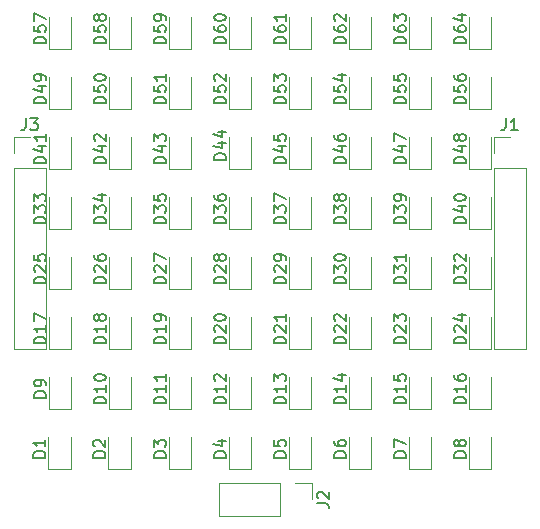
<source format=gto>
%TF.GenerationSoftware,KiCad,Pcbnew,9.0.3*%
%TF.CreationDate,2025-10-16T19:58:59+02:00*%
%TF.ProjectId,ledkiv3,6c65646b-6976-4332-9e6b-696361645f70,rev?*%
%TF.SameCoordinates,Original*%
%TF.FileFunction,Legend,Top*%
%TF.FilePolarity,Positive*%
%FSLAX46Y46*%
G04 Gerber Fmt 4.6, Leading zero omitted, Abs format (unit mm)*
G04 Created by KiCad (PCBNEW 9.0.3) date 2025-10-16 19:58:59*
%MOMM*%
%LPD*%
G01*
G04 APERTURE LIST*
%ADD10C,0.150000*%
%ADD11C,0.120000*%
G04 APERTURE END LIST*
D10*
X29502666Y-68240819D02*
X29502666Y-68955104D01*
X29502666Y-68955104D02*
X29455047Y-69097961D01*
X29455047Y-69097961D02*
X29359809Y-69193200D01*
X29359809Y-69193200D02*
X29216952Y-69240819D01*
X29216952Y-69240819D02*
X29121714Y-69240819D01*
X29883619Y-68240819D02*
X30502666Y-68240819D01*
X30502666Y-68240819D02*
X30169333Y-68621771D01*
X30169333Y-68621771D02*
X30312190Y-68621771D01*
X30312190Y-68621771D02*
X30407428Y-68669390D01*
X30407428Y-68669390D02*
X30455047Y-68717009D01*
X30455047Y-68717009D02*
X30502666Y-68812247D01*
X30502666Y-68812247D02*
X30502666Y-69050342D01*
X30502666Y-69050342D02*
X30455047Y-69145580D01*
X30455047Y-69145580D02*
X30407428Y-69193200D01*
X30407428Y-69193200D02*
X30312190Y-69240819D01*
X30312190Y-69240819D02*
X30026476Y-69240819D01*
X30026476Y-69240819D02*
X29931238Y-69193200D01*
X29931238Y-69193200D02*
X29883619Y-69145580D01*
X70142666Y-68240819D02*
X70142666Y-68955104D01*
X70142666Y-68955104D02*
X70095047Y-69097961D01*
X70095047Y-69097961D02*
X69999809Y-69193200D01*
X69999809Y-69193200D02*
X69856952Y-69240819D01*
X69856952Y-69240819D02*
X69761714Y-69240819D01*
X71142666Y-69240819D02*
X70571238Y-69240819D01*
X70856952Y-69240819D02*
X70856952Y-68240819D01*
X70856952Y-68240819D02*
X70761714Y-68383676D01*
X70761714Y-68383676D02*
X70666476Y-68478914D01*
X70666476Y-68478914D02*
X70571238Y-68526533D01*
X54149819Y-100836333D02*
X54864104Y-100836333D01*
X54864104Y-100836333D02*
X55006961Y-100883952D01*
X55006961Y-100883952D02*
X55102200Y-100979190D01*
X55102200Y-100979190D02*
X55149819Y-101122047D01*
X55149819Y-101122047D02*
X55149819Y-101217285D01*
X54245057Y-100407761D02*
X54197438Y-100360142D01*
X54197438Y-100360142D02*
X54149819Y-100264904D01*
X54149819Y-100264904D02*
X54149819Y-100026809D01*
X54149819Y-100026809D02*
X54197438Y-99931571D01*
X54197438Y-99931571D02*
X54245057Y-99883952D01*
X54245057Y-99883952D02*
X54340295Y-99836333D01*
X54340295Y-99836333D02*
X54435533Y-99836333D01*
X54435533Y-99836333D02*
X54578390Y-99883952D01*
X54578390Y-99883952D02*
X55149819Y-100455380D01*
X55149819Y-100455380D02*
X55149819Y-99836333D01*
X61660819Y-96971594D02*
X60660819Y-96971594D01*
X60660819Y-96971594D02*
X60660819Y-96733499D01*
X60660819Y-96733499D02*
X60708438Y-96590642D01*
X60708438Y-96590642D02*
X60803676Y-96495404D01*
X60803676Y-96495404D02*
X60898914Y-96447785D01*
X60898914Y-96447785D02*
X61089390Y-96400166D01*
X61089390Y-96400166D02*
X61232247Y-96400166D01*
X61232247Y-96400166D02*
X61422723Y-96447785D01*
X61422723Y-96447785D02*
X61517961Y-96495404D01*
X61517961Y-96495404D02*
X61613200Y-96590642D01*
X61613200Y-96590642D02*
X61660819Y-96733499D01*
X61660819Y-96733499D02*
X61660819Y-96971594D01*
X60660819Y-96066832D02*
X60660819Y-95400166D01*
X60660819Y-95400166D02*
X61660819Y-95828737D01*
X61660819Y-66967785D02*
X60660819Y-66967785D01*
X60660819Y-66967785D02*
X60660819Y-66729690D01*
X60660819Y-66729690D02*
X60708438Y-66586833D01*
X60708438Y-66586833D02*
X60803676Y-66491595D01*
X60803676Y-66491595D02*
X60898914Y-66443976D01*
X60898914Y-66443976D02*
X61089390Y-66396357D01*
X61089390Y-66396357D02*
X61232247Y-66396357D01*
X61232247Y-66396357D02*
X61422723Y-66443976D01*
X61422723Y-66443976D02*
X61517961Y-66491595D01*
X61517961Y-66491595D02*
X61613200Y-66586833D01*
X61613200Y-66586833D02*
X61660819Y-66729690D01*
X61660819Y-66729690D02*
X61660819Y-66967785D01*
X60660819Y-65491595D02*
X60660819Y-65967785D01*
X60660819Y-65967785D02*
X61137009Y-66015404D01*
X61137009Y-66015404D02*
X61089390Y-65967785D01*
X61089390Y-65967785D02*
X61041771Y-65872547D01*
X61041771Y-65872547D02*
X61041771Y-65634452D01*
X61041771Y-65634452D02*
X61089390Y-65539214D01*
X61089390Y-65539214D02*
X61137009Y-65491595D01*
X61137009Y-65491595D02*
X61232247Y-65443976D01*
X61232247Y-65443976D02*
X61470342Y-65443976D01*
X61470342Y-65443976D02*
X61565580Y-65491595D01*
X61565580Y-65491595D02*
X61613200Y-65539214D01*
X61613200Y-65539214D02*
X61660819Y-65634452D01*
X61660819Y-65634452D02*
X61660819Y-65872547D01*
X61660819Y-65872547D02*
X61613200Y-65967785D01*
X61613200Y-65967785D02*
X61565580Y-66015404D01*
X60660819Y-64539214D02*
X60660819Y-65015404D01*
X60660819Y-65015404D02*
X61137009Y-65063023D01*
X61137009Y-65063023D02*
X61089390Y-65015404D01*
X61089390Y-65015404D02*
X61041771Y-64920166D01*
X61041771Y-64920166D02*
X61041771Y-64682071D01*
X61041771Y-64682071D02*
X61089390Y-64586833D01*
X61089390Y-64586833D02*
X61137009Y-64539214D01*
X61137009Y-64539214D02*
X61232247Y-64491595D01*
X61232247Y-64491595D02*
X61470342Y-64491595D01*
X61470342Y-64491595D02*
X61565580Y-64539214D01*
X61565580Y-64539214D02*
X61613200Y-64586833D01*
X61613200Y-64586833D02*
X61660819Y-64682071D01*
X61660819Y-64682071D02*
X61660819Y-64920166D01*
X61660819Y-64920166D02*
X61613200Y-65015404D01*
X61613200Y-65015404D02*
X61565580Y-65063023D01*
X66740819Y-82207785D02*
X65740819Y-82207785D01*
X65740819Y-82207785D02*
X65740819Y-81969690D01*
X65740819Y-81969690D02*
X65788438Y-81826833D01*
X65788438Y-81826833D02*
X65883676Y-81731595D01*
X65883676Y-81731595D02*
X65978914Y-81683976D01*
X65978914Y-81683976D02*
X66169390Y-81636357D01*
X66169390Y-81636357D02*
X66312247Y-81636357D01*
X66312247Y-81636357D02*
X66502723Y-81683976D01*
X66502723Y-81683976D02*
X66597961Y-81731595D01*
X66597961Y-81731595D02*
X66693200Y-81826833D01*
X66693200Y-81826833D02*
X66740819Y-81969690D01*
X66740819Y-81969690D02*
X66740819Y-82207785D01*
X65740819Y-81303023D02*
X65740819Y-80683976D01*
X65740819Y-80683976D02*
X66121771Y-81017309D01*
X66121771Y-81017309D02*
X66121771Y-80874452D01*
X66121771Y-80874452D02*
X66169390Y-80779214D01*
X66169390Y-80779214D02*
X66217009Y-80731595D01*
X66217009Y-80731595D02*
X66312247Y-80683976D01*
X66312247Y-80683976D02*
X66550342Y-80683976D01*
X66550342Y-80683976D02*
X66645580Y-80731595D01*
X66645580Y-80731595D02*
X66693200Y-80779214D01*
X66693200Y-80779214D02*
X66740819Y-80874452D01*
X66740819Y-80874452D02*
X66740819Y-81160166D01*
X66740819Y-81160166D02*
X66693200Y-81255404D01*
X66693200Y-81255404D02*
X66645580Y-81303023D01*
X65836057Y-80303023D02*
X65788438Y-80255404D01*
X65788438Y-80255404D02*
X65740819Y-80160166D01*
X65740819Y-80160166D02*
X65740819Y-79922071D01*
X65740819Y-79922071D02*
X65788438Y-79826833D01*
X65788438Y-79826833D02*
X65836057Y-79779214D01*
X65836057Y-79779214D02*
X65931295Y-79731595D01*
X65931295Y-79731595D02*
X66026533Y-79731595D01*
X66026533Y-79731595D02*
X66169390Y-79779214D01*
X66169390Y-79779214D02*
X66740819Y-80350642D01*
X66740819Y-80350642D02*
X66740819Y-79731595D01*
X31180819Y-77127785D02*
X30180819Y-77127785D01*
X30180819Y-77127785D02*
X30180819Y-76889690D01*
X30180819Y-76889690D02*
X30228438Y-76746833D01*
X30228438Y-76746833D02*
X30323676Y-76651595D01*
X30323676Y-76651595D02*
X30418914Y-76603976D01*
X30418914Y-76603976D02*
X30609390Y-76556357D01*
X30609390Y-76556357D02*
X30752247Y-76556357D01*
X30752247Y-76556357D02*
X30942723Y-76603976D01*
X30942723Y-76603976D02*
X31037961Y-76651595D01*
X31037961Y-76651595D02*
X31133200Y-76746833D01*
X31133200Y-76746833D02*
X31180819Y-76889690D01*
X31180819Y-76889690D02*
X31180819Y-77127785D01*
X30180819Y-76223023D02*
X30180819Y-75603976D01*
X30180819Y-75603976D02*
X30561771Y-75937309D01*
X30561771Y-75937309D02*
X30561771Y-75794452D01*
X30561771Y-75794452D02*
X30609390Y-75699214D01*
X30609390Y-75699214D02*
X30657009Y-75651595D01*
X30657009Y-75651595D02*
X30752247Y-75603976D01*
X30752247Y-75603976D02*
X30990342Y-75603976D01*
X30990342Y-75603976D02*
X31085580Y-75651595D01*
X31085580Y-75651595D02*
X31133200Y-75699214D01*
X31133200Y-75699214D02*
X31180819Y-75794452D01*
X31180819Y-75794452D02*
X31180819Y-76080166D01*
X31180819Y-76080166D02*
X31133200Y-76175404D01*
X31133200Y-76175404D02*
X31085580Y-76223023D01*
X30180819Y-75270642D02*
X30180819Y-74651595D01*
X30180819Y-74651595D02*
X30561771Y-74984928D01*
X30561771Y-74984928D02*
X30561771Y-74842071D01*
X30561771Y-74842071D02*
X30609390Y-74746833D01*
X30609390Y-74746833D02*
X30657009Y-74699214D01*
X30657009Y-74699214D02*
X30752247Y-74651595D01*
X30752247Y-74651595D02*
X30990342Y-74651595D01*
X30990342Y-74651595D02*
X31085580Y-74699214D01*
X31085580Y-74699214D02*
X31133200Y-74746833D01*
X31133200Y-74746833D02*
X31180819Y-74842071D01*
X31180819Y-74842071D02*
X31180819Y-75127785D01*
X31180819Y-75127785D02*
X31133200Y-75223023D01*
X31133200Y-75223023D02*
X31085580Y-75270642D01*
X36260819Y-77127785D02*
X35260819Y-77127785D01*
X35260819Y-77127785D02*
X35260819Y-76889690D01*
X35260819Y-76889690D02*
X35308438Y-76746833D01*
X35308438Y-76746833D02*
X35403676Y-76651595D01*
X35403676Y-76651595D02*
X35498914Y-76603976D01*
X35498914Y-76603976D02*
X35689390Y-76556357D01*
X35689390Y-76556357D02*
X35832247Y-76556357D01*
X35832247Y-76556357D02*
X36022723Y-76603976D01*
X36022723Y-76603976D02*
X36117961Y-76651595D01*
X36117961Y-76651595D02*
X36213200Y-76746833D01*
X36213200Y-76746833D02*
X36260819Y-76889690D01*
X36260819Y-76889690D02*
X36260819Y-77127785D01*
X35260819Y-76223023D02*
X35260819Y-75603976D01*
X35260819Y-75603976D02*
X35641771Y-75937309D01*
X35641771Y-75937309D02*
X35641771Y-75794452D01*
X35641771Y-75794452D02*
X35689390Y-75699214D01*
X35689390Y-75699214D02*
X35737009Y-75651595D01*
X35737009Y-75651595D02*
X35832247Y-75603976D01*
X35832247Y-75603976D02*
X36070342Y-75603976D01*
X36070342Y-75603976D02*
X36165580Y-75651595D01*
X36165580Y-75651595D02*
X36213200Y-75699214D01*
X36213200Y-75699214D02*
X36260819Y-75794452D01*
X36260819Y-75794452D02*
X36260819Y-76080166D01*
X36260819Y-76080166D02*
X36213200Y-76175404D01*
X36213200Y-76175404D02*
X36165580Y-76223023D01*
X35594152Y-74746833D02*
X36260819Y-74746833D01*
X35213200Y-74984928D02*
X35927485Y-75223023D01*
X35927485Y-75223023D02*
X35927485Y-74603976D01*
X31180819Y-87287785D02*
X30180819Y-87287785D01*
X30180819Y-87287785D02*
X30180819Y-87049690D01*
X30180819Y-87049690D02*
X30228438Y-86906833D01*
X30228438Y-86906833D02*
X30323676Y-86811595D01*
X30323676Y-86811595D02*
X30418914Y-86763976D01*
X30418914Y-86763976D02*
X30609390Y-86716357D01*
X30609390Y-86716357D02*
X30752247Y-86716357D01*
X30752247Y-86716357D02*
X30942723Y-86763976D01*
X30942723Y-86763976D02*
X31037961Y-86811595D01*
X31037961Y-86811595D02*
X31133200Y-86906833D01*
X31133200Y-86906833D02*
X31180819Y-87049690D01*
X31180819Y-87049690D02*
X31180819Y-87287785D01*
X31180819Y-85763976D02*
X31180819Y-86335404D01*
X31180819Y-86049690D02*
X30180819Y-86049690D01*
X30180819Y-86049690D02*
X30323676Y-86144928D01*
X30323676Y-86144928D02*
X30418914Y-86240166D01*
X30418914Y-86240166D02*
X30466533Y-86335404D01*
X30180819Y-85430642D02*
X30180819Y-84763976D01*
X30180819Y-84763976D02*
X31180819Y-85192547D01*
X41340819Y-61887785D02*
X40340819Y-61887785D01*
X40340819Y-61887785D02*
X40340819Y-61649690D01*
X40340819Y-61649690D02*
X40388438Y-61506833D01*
X40388438Y-61506833D02*
X40483676Y-61411595D01*
X40483676Y-61411595D02*
X40578914Y-61363976D01*
X40578914Y-61363976D02*
X40769390Y-61316357D01*
X40769390Y-61316357D02*
X40912247Y-61316357D01*
X40912247Y-61316357D02*
X41102723Y-61363976D01*
X41102723Y-61363976D02*
X41197961Y-61411595D01*
X41197961Y-61411595D02*
X41293200Y-61506833D01*
X41293200Y-61506833D02*
X41340819Y-61649690D01*
X41340819Y-61649690D02*
X41340819Y-61887785D01*
X40340819Y-60411595D02*
X40340819Y-60887785D01*
X40340819Y-60887785D02*
X40817009Y-60935404D01*
X40817009Y-60935404D02*
X40769390Y-60887785D01*
X40769390Y-60887785D02*
X40721771Y-60792547D01*
X40721771Y-60792547D02*
X40721771Y-60554452D01*
X40721771Y-60554452D02*
X40769390Y-60459214D01*
X40769390Y-60459214D02*
X40817009Y-60411595D01*
X40817009Y-60411595D02*
X40912247Y-60363976D01*
X40912247Y-60363976D02*
X41150342Y-60363976D01*
X41150342Y-60363976D02*
X41245580Y-60411595D01*
X41245580Y-60411595D02*
X41293200Y-60459214D01*
X41293200Y-60459214D02*
X41340819Y-60554452D01*
X41340819Y-60554452D02*
X41340819Y-60792547D01*
X41340819Y-60792547D02*
X41293200Y-60887785D01*
X41293200Y-60887785D02*
X41245580Y-60935404D01*
X41340819Y-59887785D02*
X41340819Y-59697309D01*
X41340819Y-59697309D02*
X41293200Y-59602071D01*
X41293200Y-59602071D02*
X41245580Y-59554452D01*
X41245580Y-59554452D02*
X41102723Y-59459214D01*
X41102723Y-59459214D02*
X40912247Y-59411595D01*
X40912247Y-59411595D02*
X40531295Y-59411595D01*
X40531295Y-59411595D02*
X40436057Y-59459214D01*
X40436057Y-59459214D02*
X40388438Y-59506833D01*
X40388438Y-59506833D02*
X40340819Y-59602071D01*
X40340819Y-59602071D02*
X40340819Y-59792547D01*
X40340819Y-59792547D02*
X40388438Y-59887785D01*
X40388438Y-59887785D02*
X40436057Y-59935404D01*
X40436057Y-59935404D02*
X40531295Y-59983023D01*
X40531295Y-59983023D02*
X40769390Y-59983023D01*
X40769390Y-59983023D02*
X40864628Y-59935404D01*
X40864628Y-59935404D02*
X40912247Y-59887785D01*
X40912247Y-59887785D02*
X40959866Y-59792547D01*
X40959866Y-59792547D02*
X40959866Y-59602071D01*
X40959866Y-59602071D02*
X40912247Y-59506833D01*
X40912247Y-59506833D02*
X40864628Y-59459214D01*
X40864628Y-59459214D02*
X40769390Y-59411595D01*
X51500819Y-66967785D02*
X50500819Y-66967785D01*
X50500819Y-66967785D02*
X50500819Y-66729690D01*
X50500819Y-66729690D02*
X50548438Y-66586833D01*
X50548438Y-66586833D02*
X50643676Y-66491595D01*
X50643676Y-66491595D02*
X50738914Y-66443976D01*
X50738914Y-66443976D02*
X50929390Y-66396357D01*
X50929390Y-66396357D02*
X51072247Y-66396357D01*
X51072247Y-66396357D02*
X51262723Y-66443976D01*
X51262723Y-66443976D02*
X51357961Y-66491595D01*
X51357961Y-66491595D02*
X51453200Y-66586833D01*
X51453200Y-66586833D02*
X51500819Y-66729690D01*
X51500819Y-66729690D02*
X51500819Y-66967785D01*
X50500819Y-65491595D02*
X50500819Y-65967785D01*
X50500819Y-65967785D02*
X50977009Y-66015404D01*
X50977009Y-66015404D02*
X50929390Y-65967785D01*
X50929390Y-65967785D02*
X50881771Y-65872547D01*
X50881771Y-65872547D02*
X50881771Y-65634452D01*
X50881771Y-65634452D02*
X50929390Y-65539214D01*
X50929390Y-65539214D02*
X50977009Y-65491595D01*
X50977009Y-65491595D02*
X51072247Y-65443976D01*
X51072247Y-65443976D02*
X51310342Y-65443976D01*
X51310342Y-65443976D02*
X51405580Y-65491595D01*
X51405580Y-65491595D02*
X51453200Y-65539214D01*
X51453200Y-65539214D02*
X51500819Y-65634452D01*
X51500819Y-65634452D02*
X51500819Y-65872547D01*
X51500819Y-65872547D02*
X51453200Y-65967785D01*
X51453200Y-65967785D02*
X51405580Y-66015404D01*
X50500819Y-65110642D02*
X50500819Y-64491595D01*
X50500819Y-64491595D02*
X50881771Y-64824928D01*
X50881771Y-64824928D02*
X50881771Y-64682071D01*
X50881771Y-64682071D02*
X50929390Y-64586833D01*
X50929390Y-64586833D02*
X50977009Y-64539214D01*
X50977009Y-64539214D02*
X51072247Y-64491595D01*
X51072247Y-64491595D02*
X51310342Y-64491595D01*
X51310342Y-64491595D02*
X51405580Y-64539214D01*
X51405580Y-64539214D02*
X51453200Y-64586833D01*
X51453200Y-64586833D02*
X51500819Y-64682071D01*
X51500819Y-64682071D02*
X51500819Y-64967785D01*
X51500819Y-64967785D02*
X51453200Y-65063023D01*
X51453200Y-65063023D02*
X51405580Y-65110642D01*
X51500819Y-92367785D02*
X50500819Y-92367785D01*
X50500819Y-92367785D02*
X50500819Y-92129690D01*
X50500819Y-92129690D02*
X50548438Y-91986833D01*
X50548438Y-91986833D02*
X50643676Y-91891595D01*
X50643676Y-91891595D02*
X50738914Y-91843976D01*
X50738914Y-91843976D02*
X50929390Y-91796357D01*
X50929390Y-91796357D02*
X51072247Y-91796357D01*
X51072247Y-91796357D02*
X51262723Y-91843976D01*
X51262723Y-91843976D02*
X51357961Y-91891595D01*
X51357961Y-91891595D02*
X51453200Y-91986833D01*
X51453200Y-91986833D02*
X51500819Y-92129690D01*
X51500819Y-92129690D02*
X51500819Y-92367785D01*
X51500819Y-90843976D02*
X51500819Y-91415404D01*
X51500819Y-91129690D02*
X50500819Y-91129690D01*
X50500819Y-91129690D02*
X50643676Y-91224928D01*
X50643676Y-91224928D02*
X50738914Y-91320166D01*
X50738914Y-91320166D02*
X50786533Y-91415404D01*
X50500819Y-90510642D02*
X50500819Y-89891595D01*
X50500819Y-89891595D02*
X50881771Y-90224928D01*
X50881771Y-90224928D02*
X50881771Y-90082071D01*
X50881771Y-90082071D02*
X50929390Y-89986833D01*
X50929390Y-89986833D02*
X50977009Y-89939214D01*
X50977009Y-89939214D02*
X51072247Y-89891595D01*
X51072247Y-89891595D02*
X51310342Y-89891595D01*
X51310342Y-89891595D02*
X51405580Y-89939214D01*
X51405580Y-89939214D02*
X51453200Y-89986833D01*
X51453200Y-89986833D02*
X51500819Y-90082071D01*
X51500819Y-90082071D02*
X51500819Y-90367785D01*
X51500819Y-90367785D02*
X51453200Y-90463023D01*
X51453200Y-90463023D02*
X51405580Y-90510642D01*
X41340819Y-96971594D02*
X40340819Y-96971594D01*
X40340819Y-96971594D02*
X40340819Y-96733499D01*
X40340819Y-96733499D02*
X40388438Y-96590642D01*
X40388438Y-96590642D02*
X40483676Y-96495404D01*
X40483676Y-96495404D02*
X40578914Y-96447785D01*
X40578914Y-96447785D02*
X40769390Y-96400166D01*
X40769390Y-96400166D02*
X40912247Y-96400166D01*
X40912247Y-96400166D02*
X41102723Y-96447785D01*
X41102723Y-96447785D02*
X41197961Y-96495404D01*
X41197961Y-96495404D02*
X41293200Y-96590642D01*
X41293200Y-96590642D02*
X41340819Y-96733499D01*
X41340819Y-96733499D02*
X41340819Y-96971594D01*
X40340819Y-96066832D02*
X40340819Y-95447785D01*
X40340819Y-95447785D02*
X40721771Y-95781118D01*
X40721771Y-95781118D02*
X40721771Y-95638261D01*
X40721771Y-95638261D02*
X40769390Y-95543023D01*
X40769390Y-95543023D02*
X40817009Y-95495404D01*
X40817009Y-95495404D02*
X40912247Y-95447785D01*
X40912247Y-95447785D02*
X41150342Y-95447785D01*
X41150342Y-95447785D02*
X41245580Y-95495404D01*
X41245580Y-95495404D02*
X41293200Y-95543023D01*
X41293200Y-95543023D02*
X41340819Y-95638261D01*
X41340819Y-95638261D02*
X41340819Y-95923975D01*
X41340819Y-95923975D02*
X41293200Y-96019213D01*
X41293200Y-96019213D02*
X41245580Y-96066832D01*
X56580819Y-72047785D02*
X55580819Y-72047785D01*
X55580819Y-72047785D02*
X55580819Y-71809690D01*
X55580819Y-71809690D02*
X55628438Y-71666833D01*
X55628438Y-71666833D02*
X55723676Y-71571595D01*
X55723676Y-71571595D02*
X55818914Y-71523976D01*
X55818914Y-71523976D02*
X56009390Y-71476357D01*
X56009390Y-71476357D02*
X56152247Y-71476357D01*
X56152247Y-71476357D02*
X56342723Y-71523976D01*
X56342723Y-71523976D02*
X56437961Y-71571595D01*
X56437961Y-71571595D02*
X56533200Y-71666833D01*
X56533200Y-71666833D02*
X56580819Y-71809690D01*
X56580819Y-71809690D02*
X56580819Y-72047785D01*
X55914152Y-70619214D02*
X56580819Y-70619214D01*
X55533200Y-70857309D02*
X56247485Y-71095404D01*
X56247485Y-71095404D02*
X56247485Y-70476357D01*
X55580819Y-69666833D02*
X55580819Y-69857309D01*
X55580819Y-69857309D02*
X55628438Y-69952547D01*
X55628438Y-69952547D02*
X55676057Y-70000166D01*
X55676057Y-70000166D02*
X55818914Y-70095404D01*
X55818914Y-70095404D02*
X56009390Y-70143023D01*
X56009390Y-70143023D02*
X56390342Y-70143023D01*
X56390342Y-70143023D02*
X56485580Y-70095404D01*
X56485580Y-70095404D02*
X56533200Y-70047785D01*
X56533200Y-70047785D02*
X56580819Y-69952547D01*
X56580819Y-69952547D02*
X56580819Y-69762071D01*
X56580819Y-69762071D02*
X56533200Y-69666833D01*
X56533200Y-69666833D02*
X56485580Y-69619214D01*
X56485580Y-69619214D02*
X56390342Y-69571595D01*
X56390342Y-69571595D02*
X56152247Y-69571595D01*
X56152247Y-69571595D02*
X56057009Y-69619214D01*
X56057009Y-69619214D02*
X56009390Y-69666833D01*
X56009390Y-69666833D02*
X55961771Y-69762071D01*
X55961771Y-69762071D02*
X55961771Y-69952547D01*
X55961771Y-69952547D02*
X56009390Y-70047785D01*
X56009390Y-70047785D02*
X56057009Y-70095404D01*
X56057009Y-70095404D02*
X56152247Y-70143023D01*
X61660819Y-92367785D02*
X60660819Y-92367785D01*
X60660819Y-92367785D02*
X60660819Y-92129690D01*
X60660819Y-92129690D02*
X60708438Y-91986833D01*
X60708438Y-91986833D02*
X60803676Y-91891595D01*
X60803676Y-91891595D02*
X60898914Y-91843976D01*
X60898914Y-91843976D02*
X61089390Y-91796357D01*
X61089390Y-91796357D02*
X61232247Y-91796357D01*
X61232247Y-91796357D02*
X61422723Y-91843976D01*
X61422723Y-91843976D02*
X61517961Y-91891595D01*
X61517961Y-91891595D02*
X61613200Y-91986833D01*
X61613200Y-91986833D02*
X61660819Y-92129690D01*
X61660819Y-92129690D02*
X61660819Y-92367785D01*
X61660819Y-90843976D02*
X61660819Y-91415404D01*
X61660819Y-91129690D02*
X60660819Y-91129690D01*
X60660819Y-91129690D02*
X60803676Y-91224928D01*
X60803676Y-91224928D02*
X60898914Y-91320166D01*
X60898914Y-91320166D02*
X60946533Y-91415404D01*
X60660819Y-89939214D02*
X60660819Y-90415404D01*
X60660819Y-90415404D02*
X61137009Y-90463023D01*
X61137009Y-90463023D02*
X61089390Y-90415404D01*
X61089390Y-90415404D02*
X61041771Y-90320166D01*
X61041771Y-90320166D02*
X61041771Y-90082071D01*
X61041771Y-90082071D02*
X61089390Y-89986833D01*
X61089390Y-89986833D02*
X61137009Y-89939214D01*
X61137009Y-89939214D02*
X61232247Y-89891595D01*
X61232247Y-89891595D02*
X61470342Y-89891595D01*
X61470342Y-89891595D02*
X61565580Y-89939214D01*
X61565580Y-89939214D02*
X61613200Y-89986833D01*
X61613200Y-89986833D02*
X61660819Y-90082071D01*
X61660819Y-90082071D02*
X61660819Y-90320166D01*
X61660819Y-90320166D02*
X61613200Y-90415404D01*
X61613200Y-90415404D02*
X61565580Y-90463023D01*
X41340819Y-87287785D02*
X40340819Y-87287785D01*
X40340819Y-87287785D02*
X40340819Y-87049690D01*
X40340819Y-87049690D02*
X40388438Y-86906833D01*
X40388438Y-86906833D02*
X40483676Y-86811595D01*
X40483676Y-86811595D02*
X40578914Y-86763976D01*
X40578914Y-86763976D02*
X40769390Y-86716357D01*
X40769390Y-86716357D02*
X40912247Y-86716357D01*
X40912247Y-86716357D02*
X41102723Y-86763976D01*
X41102723Y-86763976D02*
X41197961Y-86811595D01*
X41197961Y-86811595D02*
X41293200Y-86906833D01*
X41293200Y-86906833D02*
X41340819Y-87049690D01*
X41340819Y-87049690D02*
X41340819Y-87287785D01*
X41340819Y-85763976D02*
X41340819Y-86335404D01*
X41340819Y-86049690D02*
X40340819Y-86049690D01*
X40340819Y-86049690D02*
X40483676Y-86144928D01*
X40483676Y-86144928D02*
X40578914Y-86240166D01*
X40578914Y-86240166D02*
X40626533Y-86335404D01*
X41340819Y-85287785D02*
X41340819Y-85097309D01*
X41340819Y-85097309D02*
X41293200Y-85002071D01*
X41293200Y-85002071D02*
X41245580Y-84954452D01*
X41245580Y-84954452D02*
X41102723Y-84859214D01*
X41102723Y-84859214D02*
X40912247Y-84811595D01*
X40912247Y-84811595D02*
X40531295Y-84811595D01*
X40531295Y-84811595D02*
X40436057Y-84859214D01*
X40436057Y-84859214D02*
X40388438Y-84906833D01*
X40388438Y-84906833D02*
X40340819Y-85002071D01*
X40340819Y-85002071D02*
X40340819Y-85192547D01*
X40340819Y-85192547D02*
X40388438Y-85287785D01*
X40388438Y-85287785D02*
X40436057Y-85335404D01*
X40436057Y-85335404D02*
X40531295Y-85383023D01*
X40531295Y-85383023D02*
X40769390Y-85383023D01*
X40769390Y-85383023D02*
X40864628Y-85335404D01*
X40864628Y-85335404D02*
X40912247Y-85287785D01*
X40912247Y-85287785D02*
X40959866Y-85192547D01*
X40959866Y-85192547D02*
X40959866Y-85002071D01*
X40959866Y-85002071D02*
X40912247Y-84906833D01*
X40912247Y-84906833D02*
X40864628Y-84859214D01*
X40864628Y-84859214D02*
X40769390Y-84811595D01*
X56580819Y-77127785D02*
X55580819Y-77127785D01*
X55580819Y-77127785D02*
X55580819Y-76889690D01*
X55580819Y-76889690D02*
X55628438Y-76746833D01*
X55628438Y-76746833D02*
X55723676Y-76651595D01*
X55723676Y-76651595D02*
X55818914Y-76603976D01*
X55818914Y-76603976D02*
X56009390Y-76556357D01*
X56009390Y-76556357D02*
X56152247Y-76556357D01*
X56152247Y-76556357D02*
X56342723Y-76603976D01*
X56342723Y-76603976D02*
X56437961Y-76651595D01*
X56437961Y-76651595D02*
X56533200Y-76746833D01*
X56533200Y-76746833D02*
X56580819Y-76889690D01*
X56580819Y-76889690D02*
X56580819Y-77127785D01*
X55580819Y-76223023D02*
X55580819Y-75603976D01*
X55580819Y-75603976D02*
X55961771Y-75937309D01*
X55961771Y-75937309D02*
X55961771Y-75794452D01*
X55961771Y-75794452D02*
X56009390Y-75699214D01*
X56009390Y-75699214D02*
X56057009Y-75651595D01*
X56057009Y-75651595D02*
X56152247Y-75603976D01*
X56152247Y-75603976D02*
X56390342Y-75603976D01*
X56390342Y-75603976D02*
X56485580Y-75651595D01*
X56485580Y-75651595D02*
X56533200Y-75699214D01*
X56533200Y-75699214D02*
X56580819Y-75794452D01*
X56580819Y-75794452D02*
X56580819Y-76080166D01*
X56580819Y-76080166D02*
X56533200Y-76175404D01*
X56533200Y-76175404D02*
X56485580Y-76223023D01*
X56009390Y-75032547D02*
X55961771Y-75127785D01*
X55961771Y-75127785D02*
X55914152Y-75175404D01*
X55914152Y-75175404D02*
X55818914Y-75223023D01*
X55818914Y-75223023D02*
X55771295Y-75223023D01*
X55771295Y-75223023D02*
X55676057Y-75175404D01*
X55676057Y-75175404D02*
X55628438Y-75127785D01*
X55628438Y-75127785D02*
X55580819Y-75032547D01*
X55580819Y-75032547D02*
X55580819Y-74842071D01*
X55580819Y-74842071D02*
X55628438Y-74746833D01*
X55628438Y-74746833D02*
X55676057Y-74699214D01*
X55676057Y-74699214D02*
X55771295Y-74651595D01*
X55771295Y-74651595D02*
X55818914Y-74651595D01*
X55818914Y-74651595D02*
X55914152Y-74699214D01*
X55914152Y-74699214D02*
X55961771Y-74746833D01*
X55961771Y-74746833D02*
X56009390Y-74842071D01*
X56009390Y-74842071D02*
X56009390Y-75032547D01*
X56009390Y-75032547D02*
X56057009Y-75127785D01*
X56057009Y-75127785D02*
X56104628Y-75175404D01*
X56104628Y-75175404D02*
X56199866Y-75223023D01*
X56199866Y-75223023D02*
X56390342Y-75223023D01*
X56390342Y-75223023D02*
X56485580Y-75175404D01*
X56485580Y-75175404D02*
X56533200Y-75127785D01*
X56533200Y-75127785D02*
X56580819Y-75032547D01*
X56580819Y-75032547D02*
X56580819Y-74842071D01*
X56580819Y-74842071D02*
X56533200Y-74746833D01*
X56533200Y-74746833D02*
X56485580Y-74699214D01*
X56485580Y-74699214D02*
X56390342Y-74651595D01*
X56390342Y-74651595D02*
X56199866Y-74651595D01*
X56199866Y-74651595D02*
X56104628Y-74699214D01*
X56104628Y-74699214D02*
X56057009Y-74746833D01*
X56057009Y-74746833D02*
X56009390Y-74842071D01*
X61660819Y-82207785D02*
X60660819Y-82207785D01*
X60660819Y-82207785D02*
X60660819Y-81969690D01*
X60660819Y-81969690D02*
X60708438Y-81826833D01*
X60708438Y-81826833D02*
X60803676Y-81731595D01*
X60803676Y-81731595D02*
X60898914Y-81683976D01*
X60898914Y-81683976D02*
X61089390Y-81636357D01*
X61089390Y-81636357D02*
X61232247Y-81636357D01*
X61232247Y-81636357D02*
X61422723Y-81683976D01*
X61422723Y-81683976D02*
X61517961Y-81731595D01*
X61517961Y-81731595D02*
X61613200Y-81826833D01*
X61613200Y-81826833D02*
X61660819Y-81969690D01*
X61660819Y-81969690D02*
X61660819Y-82207785D01*
X60660819Y-81303023D02*
X60660819Y-80683976D01*
X60660819Y-80683976D02*
X61041771Y-81017309D01*
X61041771Y-81017309D02*
X61041771Y-80874452D01*
X61041771Y-80874452D02*
X61089390Y-80779214D01*
X61089390Y-80779214D02*
X61137009Y-80731595D01*
X61137009Y-80731595D02*
X61232247Y-80683976D01*
X61232247Y-80683976D02*
X61470342Y-80683976D01*
X61470342Y-80683976D02*
X61565580Y-80731595D01*
X61565580Y-80731595D02*
X61613200Y-80779214D01*
X61613200Y-80779214D02*
X61660819Y-80874452D01*
X61660819Y-80874452D02*
X61660819Y-81160166D01*
X61660819Y-81160166D02*
X61613200Y-81255404D01*
X61613200Y-81255404D02*
X61565580Y-81303023D01*
X61660819Y-79731595D02*
X61660819Y-80303023D01*
X61660819Y-80017309D02*
X60660819Y-80017309D01*
X60660819Y-80017309D02*
X60803676Y-80112547D01*
X60803676Y-80112547D02*
X60898914Y-80207785D01*
X60898914Y-80207785D02*
X60946533Y-80303023D01*
X36260819Y-92367785D02*
X35260819Y-92367785D01*
X35260819Y-92367785D02*
X35260819Y-92129690D01*
X35260819Y-92129690D02*
X35308438Y-91986833D01*
X35308438Y-91986833D02*
X35403676Y-91891595D01*
X35403676Y-91891595D02*
X35498914Y-91843976D01*
X35498914Y-91843976D02*
X35689390Y-91796357D01*
X35689390Y-91796357D02*
X35832247Y-91796357D01*
X35832247Y-91796357D02*
X36022723Y-91843976D01*
X36022723Y-91843976D02*
X36117961Y-91891595D01*
X36117961Y-91891595D02*
X36213200Y-91986833D01*
X36213200Y-91986833D02*
X36260819Y-92129690D01*
X36260819Y-92129690D02*
X36260819Y-92367785D01*
X36260819Y-90843976D02*
X36260819Y-91415404D01*
X36260819Y-91129690D02*
X35260819Y-91129690D01*
X35260819Y-91129690D02*
X35403676Y-91224928D01*
X35403676Y-91224928D02*
X35498914Y-91320166D01*
X35498914Y-91320166D02*
X35546533Y-91415404D01*
X35260819Y-90224928D02*
X35260819Y-90129690D01*
X35260819Y-90129690D02*
X35308438Y-90034452D01*
X35308438Y-90034452D02*
X35356057Y-89986833D01*
X35356057Y-89986833D02*
X35451295Y-89939214D01*
X35451295Y-89939214D02*
X35641771Y-89891595D01*
X35641771Y-89891595D02*
X35879866Y-89891595D01*
X35879866Y-89891595D02*
X36070342Y-89939214D01*
X36070342Y-89939214D02*
X36165580Y-89986833D01*
X36165580Y-89986833D02*
X36213200Y-90034452D01*
X36213200Y-90034452D02*
X36260819Y-90129690D01*
X36260819Y-90129690D02*
X36260819Y-90224928D01*
X36260819Y-90224928D02*
X36213200Y-90320166D01*
X36213200Y-90320166D02*
X36165580Y-90367785D01*
X36165580Y-90367785D02*
X36070342Y-90415404D01*
X36070342Y-90415404D02*
X35879866Y-90463023D01*
X35879866Y-90463023D02*
X35641771Y-90463023D01*
X35641771Y-90463023D02*
X35451295Y-90415404D01*
X35451295Y-90415404D02*
X35356057Y-90367785D01*
X35356057Y-90367785D02*
X35308438Y-90320166D01*
X35308438Y-90320166D02*
X35260819Y-90224928D01*
X41340819Y-82207785D02*
X40340819Y-82207785D01*
X40340819Y-82207785D02*
X40340819Y-81969690D01*
X40340819Y-81969690D02*
X40388438Y-81826833D01*
X40388438Y-81826833D02*
X40483676Y-81731595D01*
X40483676Y-81731595D02*
X40578914Y-81683976D01*
X40578914Y-81683976D02*
X40769390Y-81636357D01*
X40769390Y-81636357D02*
X40912247Y-81636357D01*
X40912247Y-81636357D02*
X41102723Y-81683976D01*
X41102723Y-81683976D02*
X41197961Y-81731595D01*
X41197961Y-81731595D02*
X41293200Y-81826833D01*
X41293200Y-81826833D02*
X41340819Y-81969690D01*
X41340819Y-81969690D02*
X41340819Y-82207785D01*
X40436057Y-81255404D02*
X40388438Y-81207785D01*
X40388438Y-81207785D02*
X40340819Y-81112547D01*
X40340819Y-81112547D02*
X40340819Y-80874452D01*
X40340819Y-80874452D02*
X40388438Y-80779214D01*
X40388438Y-80779214D02*
X40436057Y-80731595D01*
X40436057Y-80731595D02*
X40531295Y-80683976D01*
X40531295Y-80683976D02*
X40626533Y-80683976D01*
X40626533Y-80683976D02*
X40769390Y-80731595D01*
X40769390Y-80731595D02*
X41340819Y-81303023D01*
X41340819Y-81303023D02*
X41340819Y-80683976D01*
X40340819Y-80350642D02*
X40340819Y-79683976D01*
X40340819Y-79683976D02*
X41340819Y-80112547D01*
X31140819Y-96971594D02*
X30140819Y-96971594D01*
X30140819Y-96971594D02*
X30140819Y-96733499D01*
X30140819Y-96733499D02*
X30188438Y-96590642D01*
X30188438Y-96590642D02*
X30283676Y-96495404D01*
X30283676Y-96495404D02*
X30378914Y-96447785D01*
X30378914Y-96447785D02*
X30569390Y-96400166D01*
X30569390Y-96400166D02*
X30712247Y-96400166D01*
X30712247Y-96400166D02*
X30902723Y-96447785D01*
X30902723Y-96447785D02*
X30997961Y-96495404D01*
X30997961Y-96495404D02*
X31093200Y-96590642D01*
X31093200Y-96590642D02*
X31140819Y-96733499D01*
X31140819Y-96733499D02*
X31140819Y-96971594D01*
X31140819Y-95447785D02*
X31140819Y-96019213D01*
X31140819Y-95733499D02*
X30140819Y-95733499D01*
X30140819Y-95733499D02*
X30283676Y-95828737D01*
X30283676Y-95828737D02*
X30378914Y-95923975D01*
X30378914Y-95923975D02*
X30426533Y-96019213D01*
X66740819Y-77127785D02*
X65740819Y-77127785D01*
X65740819Y-77127785D02*
X65740819Y-76889690D01*
X65740819Y-76889690D02*
X65788438Y-76746833D01*
X65788438Y-76746833D02*
X65883676Y-76651595D01*
X65883676Y-76651595D02*
X65978914Y-76603976D01*
X65978914Y-76603976D02*
X66169390Y-76556357D01*
X66169390Y-76556357D02*
X66312247Y-76556357D01*
X66312247Y-76556357D02*
X66502723Y-76603976D01*
X66502723Y-76603976D02*
X66597961Y-76651595D01*
X66597961Y-76651595D02*
X66693200Y-76746833D01*
X66693200Y-76746833D02*
X66740819Y-76889690D01*
X66740819Y-76889690D02*
X66740819Y-77127785D01*
X66074152Y-75699214D02*
X66740819Y-75699214D01*
X65693200Y-75937309D02*
X66407485Y-76175404D01*
X66407485Y-76175404D02*
X66407485Y-75556357D01*
X65740819Y-74984928D02*
X65740819Y-74889690D01*
X65740819Y-74889690D02*
X65788438Y-74794452D01*
X65788438Y-74794452D02*
X65836057Y-74746833D01*
X65836057Y-74746833D02*
X65931295Y-74699214D01*
X65931295Y-74699214D02*
X66121771Y-74651595D01*
X66121771Y-74651595D02*
X66359866Y-74651595D01*
X66359866Y-74651595D02*
X66550342Y-74699214D01*
X66550342Y-74699214D02*
X66645580Y-74746833D01*
X66645580Y-74746833D02*
X66693200Y-74794452D01*
X66693200Y-74794452D02*
X66740819Y-74889690D01*
X66740819Y-74889690D02*
X66740819Y-74984928D01*
X66740819Y-74984928D02*
X66693200Y-75080166D01*
X66693200Y-75080166D02*
X66645580Y-75127785D01*
X66645580Y-75127785D02*
X66550342Y-75175404D01*
X66550342Y-75175404D02*
X66359866Y-75223023D01*
X66359866Y-75223023D02*
X66121771Y-75223023D01*
X66121771Y-75223023D02*
X65931295Y-75175404D01*
X65931295Y-75175404D02*
X65836057Y-75127785D01*
X65836057Y-75127785D02*
X65788438Y-75080166D01*
X65788438Y-75080166D02*
X65740819Y-74984928D01*
X61660819Y-72047785D02*
X60660819Y-72047785D01*
X60660819Y-72047785D02*
X60660819Y-71809690D01*
X60660819Y-71809690D02*
X60708438Y-71666833D01*
X60708438Y-71666833D02*
X60803676Y-71571595D01*
X60803676Y-71571595D02*
X60898914Y-71523976D01*
X60898914Y-71523976D02*
X61089390Y-71476357D01*
X61089390Y-71476357D02*
X61232247Y-71476357D01*
X61232247Y-71476357D02*
X61422723Y-71523976D01*
X61422723Y-71523976D02*
X61517961Y-71571595D01*
X61517961Y-71571595D02*
X61613200Y-71666833D01*
X61613200Y-71666833D02*
X61660819Y-71809690D01*
X61660819Y-71809690D02*
X61660819Y-72047785D01*
X60994152Y-70619214D02*
X61660819Y-70619214D01*
X60613200Y-70857309D02*
X61327485Y-71095404D01*
X61327485Y-71095404D02*
X61327485Y-70476357D01*
X60660819Y-70190642D02*
X60660819Y-69523976D01*
X60660819Y-69523976D02*
X61660819Y-69952547D01*
X66740819Y-96971594D02*
X65740819Y-96971594D01*
X65740819Y-96971594D02*
X65740819Y-96733499D01*
X65740819Y-96733499D02*
X65788438Y-96590642D01*
X65788438Y-96590642D02*
X65883676Y-96495404D01*
X65883676Y-96495404D02*
X65978914Y-96447785D01*
X65978914Y-96447785D02*
X66169390Y-96400166D01*
X66169390Y-96400166D02*
X66312247Y-96400166D01*
X66312247Y-96400166D02*
X66502723Y-96447785D01*
X66502723Y-96447785D02*
X66597961Y-96495404D01*
X66597961Y-96495404D02*
X66693200Y-96590642D01*
X66693200Y-96590642D02*
X66740819Y-96733499D01*
X66740819Y-96733499D02*
X66740819Y-96971594D01*
X66169390Y-95828737D02*
X66121771Y-95923975D01*
X66121771Y-95923975D02*
X66074152Y-95971594D01*
X66074152Y-95971594D02*
X65978914Y-96019213D01*
X65978914Y-96019213D02*
X65931295Y-96019213D01*
X65931295Y-96019213D02*
X65836057Y-95971594D01*
X65836057Y-95971594D02*
X65788438Y-95923975D01*
X65788438Y-95923975D02*
X65740819Y-95828737D01*
X65740819Y-95828737D02*
X65740819Y-95638261D01*
X65740819Y-95638261D02*
X65788438Y-95543023D01*
X65788438Y-95543023D02*
X65836057Y-95495404D01*
X65836057Y-95495404D02*
X65931295Y-95447785D01*
X65931295Y-95447785D02*
X65978914Y-95447785D01*
X65978914Y-95447785D02*
X66074152Y-95495404D01*
X66074152Y-95495404D02*
X66121771Y-95543023D01*
X66121771Y-95543023D02*
X66169390Y-95638261D01*
X66169390Y-95638261D02*
X66169390Y-95828737D01*
X66169390Y-95828737D02*
X66217009Y-95923975D01*
X66217009Y-95923975D02*
X66264628Y-95971594D01*
X66264628Y-95971594D02*
X66359866Y-96019213D01*
X66359866Y-96019213D02*
X66550342Y-96019213D01*
X66550342Y-96019213D02*
X66645580Y-95971594D01*
X66645580Y-95971594D02*
X66693200Y-95923975D01*
X66693200Y-95923975D02*
X66740819Y-95828737D01*
X66740819Y-95828737D02*
X66740819Y-95638261D01*
X66740819Y-95638261D02*
X66693200Y-95543023D01*
X66693200Y-95543023D02*
X66645580Y-95495404D01*
X66645580Y-95495404D02*
X66550342Y-95447785D01*
X66550342Y-95447785D02*
X66359866Y-95447785D01*
X66359866Y-95447785D02*
X66264628Y-95495404D01*
X66264628Y-95495404D02*
X66217009Y-95543023D01*
X66217009Y-95543023D02*
X66169390Y-95638261D01*
X56580819Y-92367785D02*
X55580819Y-92367785D01*
X55580819Y-92367785D02*
X55580819Y-92129690D01*
X55580819Y-92129690D02*
X55628438Y-91986833D01*
X55628438Y-91986833D02*
X55723676Y-91891595D01*
X55723676Y-91891595D02*
X55818914Y-91843976D01*
X55818914Y-91843976D02*
X56009390Y-91796357D01*
X56009390Y-91796357D02*
X56152247Y-91796357D01*
X56152247Y-91796357D02*
X56342723Y-91843976D01*
X56342723Y-91843976D02*
X56437961Y-91891595D01*
X56437961Y-91891595D02*
X56533200Y-91986833D01*
X56533200Y-91986833D02*
X56580819Y-92129690D01*
X56580819Y-92129690D02*
X56580819Y-92367785D01*
X56580819Y-90843976D02*
X56580819Y-91415404D01*
X56580819Y-91129690D02*
X55580819Y-91129690D01*
X55580819Y-91129690D02*
X55723676Y-91224928D01*
X55723676Y-91224928D02*
X55818914Y-91320166D01*
X55818914Y-91320166D02*
X55866533Y-91415404D01*
X55914152Y-89986833D02*
X56580819Y-89986833D01*
X55533200Y-90224928D02*
X56247485Y-90463023D01*
X56247485Y-90463023D02*
X56247485Y-89843976D01*
X46420819Y-77127785D02*
X45420819Y-77127785D01*
X45420819Y-77127785D02*
X45420819Y-76889690D01*
X45420819Y-76889690D02*
X45468438Y-76746833D01*
X45468438Y-76746833D02*
X45563676Y-76651595D01*
X45563676Y-76651595D02*
X45658914Y-76603976D01*
X45658914Y-76603976D02*
X45849390Y-76556357D01*
X45849390Y-76556357D02*
X45992247Y-76556357D01*
X45992247Y-76556357D02*
X46182723Y-76603976D01*
X46182723Y-76603976D02*
X46277961Y-76651595D01*
X46277961Y-76651595D02*
X46373200Y-76746833D01*
X46373200Y-76746833D02*
X46420819Y-76889690D01*
X46420819Y-76889690D02*
X46420819Y-77127785D01*
X45420819Y-76223023D02*
X45420819Y-75603976D01*
X45420819Y-75603976D02*
X45801771Y-75937309D01*
X45801771Y-75937309D02*
X45801771Y-75794452D01*
X45801771Y-75794452D02*
X45849390Y-75699214D01*
X45849390Y-75699214D02*
X45897009Y-75651595D01*
X45897009Y-75651595D02*
X45992247Y-75603976D01*
X45992247Y-75603976D02*
X46230342Y-75603976D01*
X46230342Y-75603976D02*
X46325580Y-75651595D01*
X46325580Y-75651595D02*
X46373200Y-75699214D01*
X46373200Y-75699214D02*
X46420819Y-75794452D01*
X46420819Y-75794452D02*
X46420819Y-76080166D01*
X46420819Y-76080166D02*
X46373200Y-76175404D01*
X46373200Y-76175404D02*
X46325580Y-76223023D01*
X45420819Y-74746833D02*
X45420819Y-74937309D01*
X45420819Y-74937309D02*
X45468438Y-75032547D01*
X45468438Y-75032547D02*
X45516057Y-75080166D01*
X45516057Y-75080166D02*
X45658914Y-75175404D01*
X45658914Y-75175404D02*
X45849390Y-75223023D01*
X45849390Y-75223023D02*
X46230342Y-75223023D01*
X46230342Y-75223023D02*
X46325580Y-75175404D01*
X46325580Y-75175404D02*
X46373200Y-75127785D01*
X46373200Y-75127785D02*
X46420819Y-75032547D01*
X46420819Y-75032547D02*
X46420819Y-74842071D01*
X46420819Y-74842071D02*
X46373200Y-74746833D01*
X46373200Y-74746833D02*
X46325580Y-74699214D01*
X46325580Y-74699214D02*
X46230342Y-74651595D01*
X46230342Y-74651595D02*
X45992247Y-74651595D01*
X45992247Y-74651595D02*
X45897009Y-74699214D01*
X45897009Y-74699214D02*
X45849390Y-74746833D01*
X45849390Y-74746833D02*
X45801771Y-74842071D01*
X45801771Y-74842071D02*
X45801771Y-75032547D01*
X45801771Y-75032547D02*
X45849390Y-75127785D01*
X45849390Y-75127785D02*
X45897009Y-75175404D01*
X45897009Y-75175404D02*
X45992247Y-75223023D01*
X56580819Y-82207785D02*
X55580819Y-82207785D01*
X55580819Y-82207785D02*
X55580819Y-81969690D01*
X55580819Y-81969690D02*
X55628438Y-81826833D01*
X55628438Y-81826833D02*
X55723676Y-81731595D01*
X55723676Y-81731595D02*
X55818914Y-81683976D01*
X55818914Y-81683976D02*
X56009390Y-81636357D01*
X56009390Y-81636357D02*
X56152247Y-81636357D01*
X56152247Y-81636357D02*
X56342723Y-81683976D01*
X56342723Y-81683976D02*
X56437961Y-81731595D01*
X56437961Y-81731595D02*
X56533200Y-81826833D01*
X56533200Y-81826833D02*
X56580819Y-81969690D01*
X56580819Y-81969690D02*
X56580819Y-82207785D01*
X55580819Y-81303023D02*
X55580819Y-80683976D01*
X55580819Y-80683976D02*
X55961771Y-81017309D01*
X55961771Y-81017309D02*
X55961771Y-80874452D01*
X55961771Y-80874452D02*
X56009390Y-80779214D01*
X56009390Y-80779214D02*
X56057009Y-80731595D01*
X56057009Y-80731595D02*
X56152247Y-80683976D01*
X56152247Y-80683976D02*
X56390342Y-80683976D01*
X56390342Y-80683976D02*
X56485580Y-80731595D01*
X56485580Y-80731595D02*
X56533200Y-80779214D01*
X56533200Y-80779214D02*
X56580819Y-80874452D01*
X56580819Y-80874452D02*
X56580819Y-81160166D01*
X56580819Y-81160166D02*
X56533200Y-81255404D01*
X56533200Y-81255404D02*
X56485580Y-81303023D01*
X55580819Y-80064928D02*
X55580819Y-79969690D01*
X55580819Y-79969690D02*
X55628438Y-79874452D01*
X55628438Y-79874452D02*
X55676057Y-79826833D01*
X55676057Y-79826833D02*
X55771295Y-79779214D01*
X55771295Y-79779214D02*
X55961771Y-79731595D01*
X55961771Y-79731595D02*
X56199866Y-79731595D01*
X56199866Y-79731595D02*
X56390342Y-79779214D01*
X56390342Y-79779214D02*
X56485580Y-79826833D01*
X56485580Y-79826833D02*
X56533200Y-79874452D01*
X56533200Y-79874452D02*
X56580819Y-79969690D01*
X56580819Y-79969690D02*
X56580819Y-80064928D01*
X56580819Y-80064928D02*
X56533200Y-80160166D01*
X56533200Y-80160166D02*
X56485580Y-80207785D01*
X56485580Y-80207785D02*
X56390342Y-80255404D01*
X56390342Y-80255404D02*
X56199866Y-80303023D01*
X56199866Y-80303023D02*
X55961771Y-80303023D01*
X55961771Y-80303023D02*
X55771295Y-80255404D01*
X55771295Y-80255404D02*
X55676057Y-80207785D01*
X55676057Y-80207785D02*
X55628438Y-80160166D01*
X55628438Y-80160166D02*
X55580819Y-80064928D01*
X36260819Y-87287785D02*
X35260819Y-87287785D01*
X35260819Y-87287785D02*
X35260819Y-87049690D01*
X35260819Y-87049690D02*
X35308438Y-86906833D01*
X35308438Y-86906833D02*
X35403676Y-86811595D01*
X35403676Y-86811595D02*
X35498914Y-86763976D01*
X35498914Y-86763976D02*
X35689390Y-86716357D01*
X35689390Y-86716357D02*
X35832247Y-86716357D01*
X35832247Y-86716357D02*
X36022723Y-86763976D01*
X36022723Y-86763976D02*
X36117961Y-86811595D01*
X36117961Y-86811595D02*
X36213200Y-86906833D01*
X36213200Y-86906833D02*
X36260819Y-87049690D01*
X36260819Y-87049690D02*
X36260819Y-87287785D01*
X36260819Y-85763976D02*
X36260819Y-86335404D01*
X36260819Y-86049690D02*
X35260819Y-86049690D01*
X35260819Y-86049690D02*
X35403676Y-86144928D01*
X35403676Y-86144928D02*
X35498914Y-86240166D01*
X35498914Y-86240166D02*
X35546533Y-86335404D01*
X35689390Y-85192547D02*
X35641771Y-85287785D01*
X35641771Y-85287785D02*
X35594152Y-85335404D01*
X35594152Y-85335404D02*
X35498914Y-85383023D01*
X35498914Y-85383023D02*
X35451295Y-85383023D01*
X35451295Y-85383023D02*
X35356057Y-85335404D01*
X35356057Y-85335404D02*
X35308438Y-85287785D01*
X35308438Y-85287785D02*
X35260819Y-85192547D01*
X35260819Y-85192547D02*
X35260819Y-85002071D01*
X35260819Y-85002071D02*
X35308438Y-84906833D01*
X35308438Y-84906833D02*
X35356057Y-84859214D01*
X35356057Y-84859214D02*
X35451295Y-84811595D01*
X35451295Y-84811595D02*
X35498914Y-84811595D01*
X35498914Y-84811595D02*
X35594152Y-84859214D01*
X35594152Y-84859214D02*
X35641771Y-84906833D01*
X35641771Y-84906833D02*
X35689390Y-85002071D01*
X35689390Y-85002071D02*
X35689390Y-85192547D01*
X35689390Y-85192547D02*
X35737009Y-85287785D01*
X35737009Y-85287785D02*
X35784628Y-85335404D01*
X35784628Y-85335404D02*
X35879866Y-85383023D01*
X35879866Y-85383023D02*
X36070342Y-85383023D01*
X36070342Y-85383023D02*
X36165580Y-85335404D01*
X36165580Y-85335404D02*
X36213200Y-85287785D01*
X36213200Y-85287785D02*
X36260819Y-85192547D01*
X36260819Y-85192547D02*
X36260819Y-85002071D01*
X36260819Y-85002071D02*
X36213200Y-84906833D01*
X36213200Y-84906833D02*
X36165580Y-84859214D01*
X36165580Y-84859214D02*
X36070342Y-84811595D01*
X36070342Y-84811595D02*
X35879866Y-84811595D01*
X35879866Y-84811595D02*
X35784628Y-84859214D01*
X35784628Y-84859214D02*
X35737009Y-84906833D01*
X35737009Y-84906833D02*
X35689390Y-85002071D01*
X66740819Y-92367785D02*
X65740819Y-92367785D01*
X65740819Y-92367785D02*
X65740819Y-92129690D01*
X65740819Y-92129690D02*
X65788438Y-91986833D01*
X65788438Y-91986833D02*
X65883676Y-91891595D01*
X65883676Y-91891595D02*
X65978914Y-91843976D01*
X65978914Y-91843976D02*
X66169390Y-91796357D01*
X66169390Y-91796357D02*
X66312247Y-91796357D01*
X66312247Y-91796357D02*
X66502723Y-91843976D01*
X66502723Y-91843976D02*
X66597961Y-91891595D01*
X66597961Y-91891595D02*
X66693200Y-91986833D01*
X66693200Y-91986833D02*
X66740819Y-92129690D01*
X66740819Y-92129690D02*
X66740819Y-92367785D01*
X66740819Y-90843976D02*
X66740819Y-91415404D01*
X66740819Y-91129690D02*
X65740819Y-91129690D01*
X65740819Y-91129690D02*
X65883676Y-91224928D01*
X65883676Y-91224928D02*
X65978914Y-91320166D01*
X65978914Y-91320166D02*
X66026533Y-91415404D01*
X65740819Y-89986833D02*
X65740819Y-90177309D01*
X65740819Y-90177309D02*
X65788438Y-90272547D01*
X65788438Y-90272547D02*
X65836057Y-90320166D01*
X65836057Y-90320166D02*
X65978914Y-90415404D01*
X65978914Y-90415404D02*
X66169390Y-90463023D01*
X66169390Y-90463023D02*
X66550342Y-90463023D01*
X66550342Y-90463023D02*
X66645580Y-90415404D01*
X66645580Y-90415404D02*
X66693200Y-90367785D01*
X66693200Y-90367785D02*
X66740819Y-90272547D01*
X66740819Y-90272547D02*
X66740819Y-90082071D01*
X66740819Y-90082071D02*
X66693200Y-89986833D01*
X66693200Y-89986833D02*
X66645580Y-89939214D01*
X66645580Y-89939214D02*
X66550342Y-89891595D01*
X66550342Y-89891595D02*
X66312247Y-89891595D01*
X66312247Y-89891595D02*
X66217009Y-89939214D01*
X66217009Y-89939214D02*
X66169390Y-89986833D01*
X66169390Y-89986833D02*
X66121771Y-90082071D01*
X66121771Y-90082071D02*
X66121771Y-90272547D01*
X66121771Y-90272547D02*
X66169390Y-90367785D01*
X66169390Y-90367785D02*
X66217009Y-90415404D01*
X66217009Y-90415404D02*
X66312247Y-90463023D01*
X51500819Y-61887785D02*
X50500819Y-61887785D01*
X50500819Y-61887785D02*
X50500819Y-61649690D01*
X50500819Y-61649690D02*
X50548438Y-61506833D01*
X50548438Y-61506833D02*
X50643676Y-61411595D01*
X50643676Y-61411595D02*
X50738914Y-61363976D01*
X50738914Y-61363976D02*
X50929390Y-61316357D01*
X50929390Y-61316357D02*
X51072247Y-61316357D01*
X51072247Y-61316357D02*
X51262723Y-61363976D01*
X51262723Y-61363976D02*
X51357961Y-61411595D01*
X51357961Y-61411595D02*
X51453200Y-61506833D01*
X51453200Y-61506833D02*
X51500819Y-61649690D01*
X51500819Y-61649690D02*
X51500819Y-61887785D01*
X50500819Y-60459214D02*
X50500819Y-60649690D01*
X50500819Y-60649690D02*
X50548438Y-60744928D01*
X50548438Y-60744928D02*
X50596057Y-60792547D01*
X50596057Y-60792547D02*
X50738914Y-60887785D01*
X50738914Y-60887785D02*
X50929390Y-60935404D01*
X50929390Y-60935404D02*
X51310342Y-60935404D01*
X51310342Y-60935404D02*
X51405580Y-60887785D01*
X51405580Y-60887785D02*
X51453200Y-60840166D01*
X51453200Y-60840166D02*
X51500819Y-60744928D01*
X51500819Y-60744928D02*
X51500819Y-60554452D01*
X51500819Y-60554452D02*
X51453200Y-60459214D01*
X51453200Y-60459214D02*
X51405580Y-60411595D01*
X51405580Y-60411595D02*
X51310342Y-60363976D01*
X51310342Y-60363976D02*
X51072247Y-60363976D01*
X51072247Y-60363976D02*
X50977009Y-60411595D01*
X50977009Y-60411595D02*
X50929390Y-60459214D01*
X50929390Y-60459214D02*
X50881771Y-60554452D01*
X50881771Y-60554452D02*
X50881771Y-60744928D01*
X50881771Y-60744928D02*
X50929390Y-60840166D01*
X50929390Y-60840166D02*
X50977009Y-60887785D01*
X50977009Y-60887785D02*
X51072247Y-60935404D01*
X51500819Y-59411595D02*
X51500819Y-59983023D01*
X51500819Y-59697309D02*
X50500819Y-59697309D01*
X50500819Y-59697309D02*
X50643676Y-59792547D01*
X50643676Y-59792547D02*
X50738914Y-59887785D01*
X50738914Y-59887785D02*
X50786533Y-59983023D01*
X51500819Y-82207785D02*
X50500819Y-82207785D01*
X50500819Y-82207785D02*
X50500819Y-81969690D01*
X50500819Y-81969690D02*
X50548438Y-81826833D01*
X50548438Y-81826833D02*
X50643676Y-81731595D01*
X50643676Y-81731595D02*
X50738914Y-81683976D01*
X50738914Y-81683976D02*
X50929390Y-81636357D01*
X50929390Y-81636357D02*
X51072247Y-81636357D01*
X51072247Y-81636357D02*
X51262723Y-81683976D01*
X51262723Y-81683976D02*
X51357961Y-81731595D01*
X51357961Y-81731595D02*
X51453200Y-81826833D01*
X51453200Y-81826833D02*
X51500819Y-81969690D01*
X51500819Y-81969690D02*
X51500819Y-82207785D01*
X50596057Y-81255404D02*
X50548438Y-81207785D01*
X50548438Y-81207785D02*
X50500819Y-81112547D01*
X50500819Y-81112547D02*
X50500819Y-80874452D01*
X50500819Y-80874452D02*
X50548438Y-80779214D01*
X50548438Y-80779214D02*
X50596057Y-80731595D01*
X50596057Y-80731595D02*
X50691295Y-80683976D01*
X50691295Y-80683976D02*
X50786533Y-80683976D01*
X50786533Y-80683976D02*
X50929390Y-80731595D01*
X50929390Y-80731595D02*
X51500819Y-81303023D01*
X51500819Y-81303023D02*
X51500819Y-80683976D01*
X51500819Y-80207785D02*
X51500819Y-80017309D01*
X51500819Y-80017309D02*
X51453200Y-79922071D01*
X51453200Y-79922071D02*
X51405580Y-79874452D01*
X51405580Y-79874452D02*
X51262723Y-79779214D01*
X51262723Y-79779214D02*
X51072247Y-79731595D01*
X51072247Y-79731595D02*
X50691295Y-79731595D01*
X50691295Y-79731595D02*
X50596057Y-79779214D01*
X50596057Y-79779214D02*
X50548438Y-79826833D01*
X50548438Y-79826833D02*
X50500819Y-79922071D01*
X50500819Y-79922071D02*
X50500819Y-80112547D01*
X50500819Y-80112547D02*
X50548438Y-80207785D01*
X50548438Y-80207785D02*
X50596057Y-80255404D01*
X50596057Y-80255404D02*
X50691295Y-80303023D01*
X50691295Y-80303023D02*
X50929390Y-80303023D01*
X50929390Y-80303023D02*
X51024628Y-80255404D01*
X51024628Y-80255404D02*
X51072247Y-80207785D01*
X51072247Y-80207785D02*
X51119866Y-80112547D01*
X51119866Y-80112547D02*
X51119866Y-79922071D01*
X51119866Y-79922071D02*
X51072247Y-79826833D01*
X51072247Y-79826833D02*
X51024628Y-79779214D01*
X51024628Y-79779214D02*
X50929390Y-79731595D01*
X56580819Y-96971594D02*
X55580819Y-96971594D01*
X55580819Y-96971594D02*
X55580819Y-96733499D01*
X55580819Y-96733499D02*
X55628438Y-96590642D01*
X55628438Y-96590642D02*
X55723676Y-96495404D01*
X55723676Y-96495404D02*
X55818914Y-96447785D01*
X55818914Y-96447785D02*
X56009390Y-96400166D01*
X56009390Y-96400166D02*
X56152247Y-96400166D01*
X56152247Y-96400166D02*
X56342723Y-96447785D01*
X56342723Y-96447785D02*
X56437961Y-96495404D01*
X56437961Y-96495404D02*
X56533200Y-96590642D01*
X56533200Y-96590642D02*
X56580819Y-96733499D01*
X56580819Y-96733499D02*
X56580819Y-96971594D01*
X55580819Y-95543023D02*
X55580819Y-95733499D01*
X55580819Y-95733499D02*
X55628438Y-95828737D01*
X55628438Y-95828737D02*
X55676057Y-95876356D01*
X55676057Y-95876356D02*
X55818914Y-95971594D01*
X55818914Y-95971594D02*
X56009390Y-96019213D01*
X56009390Y-96019213D02*
X56390342Y-96019213D01*
X56390342Y-96019213D02*
X56485580Y-95971594D01*
X56485580Y-95971594D02*
X56533200Y-95923975D01*
X56533200Y-95923975D02*
X56580819Y-95828737D01*
X56580819Y-95828737D02*
X56580819Y-95638261D01*
X56580819Y-95638261D02*
X56533200Y-95543023D01*
X56533200Y-95543023D02*
X56485580Y-95495404D01*
X56485580Y-95495404D02*
X56390342Y-95447785D01*
X56390342Y-95447785D02*
X56152247Y-95447785D01*
X56152247Y-95447785D02*
X56057009Y-95495404D01*
X56057009Y-95495404D02*
X56009390Y-95543023D01*
X56009390Y-95543023D02*
X55961771Y-95638261D01*
X55961771Y-95638261D02*
X55961771Y-95828737D01*
X55961771Y-95828737D02*
X56009390Y-95923975D01*
X56009390Y-95923975D02*
X56057009Y-95971594D01*
X56057009Y-95971594D02*
X56152247Y-96019213D01*
X36260819Y-66967785D02*
X35260819Y-66967785D01*
X35260819Y-66967785D02*
X35260819Y-66729690D01*
X35260819Y-66729690D02*
X35308438Y-66586833D01*
X35308438Y-66586833D02*
X35403676Y-66491595D01*
X35403676Y-66491595D02*
X35498914Y-66443976D01*
X35498914Y-66443976D02*
X35689390Y-66396357D01*
X35689390Y-66396357D02*
X35832247Y-66396357D01*
X35832247Y-66396357D02*
X36022723Y-66443976D01*
X36022723Y-66443976D02*
X36117961Y-66491595D01*
X36117961Y-66491595D02*
X36213200Y-66586833D01*
X36213200Y-66586833D02*
X36260819Y-66729690D01*
X36260819Y-66729690D02*
X36260819Y-66967785D01*
X35260819Y-65491595D02*
X35260819Y-65967785D01*
X35260819Y-65967785D02*
X35737009Y-66015404D01*
X35737009Y-66015404D02*
X35689390Y-65967785D01*
X35689390Y-65967785D02*
X35641771Y-65872547D01*
X35641771Y-65872547D02*
X35641771Y-65634452D01*
X35641771Y-65634452D02*
X35689390Y-65539214D01*
X35689390Y-65539214D02*
X35737009Y-65491595D01*
X35737009Y-65491595D02*
X35832247Y-65443976D01*
X35832247Y-65443976D02*
X36070342Y-65443976D01*
X36070342Y-65443976D02*
X36165580Y-65491595D01*
X36165580Y-65491595D02*
X36213200Y-65539214D01*
X36213200Y-65539214D02*
X36260819Y-65634452D01*
X36260819Y-65634452D02*
X36260819Y-65872547D01*
X36260819Y-65872547D02*
X36213200Y-65967785D01*
X36213200Y-65967785D02*
X36165580Y-66015404D01*
X35260819Y-64824928D02*
X35260819Y-64729690D01*
X35260819Y-64729690D02*
X35308438Y-64634452D01*
X35308438Y-64634452D02*
X35356057Y-64586833D01*
X35356057Y-64586833D02*
X35451295Y-64539214D01*
X35451295Y-64539214D02*
X35641771Y-64491595D01*
X35641771Y-64491595D02*
X35879866Y-64491595D01*
X35879866Y-64491595D02*
X36070342Y-64539214D01*
X36070342Y-64539214D02*
X36165580Y-64586833D01*
X36165580Y-64586833D02*
X36213200Y-64634452D01*
X36213200Y-64634452D02*
X36260819Y-64729690D01*
X36260819Y-64729690D02*
X36260819Y-64824928D01*
X36260819Y-64824928D02*
X36213200Y-64920166D01*
X36213200Y-64920166D02*
X36165580Y-64967785D01*
X36165580Y-64967785D02*
X36070342Y-65015404D01*
X36070342Y-65015404D02*
X35879866Y-65063023D01*
X35879866Y-65063023D02*
X35641771Y-65063023D01*
X35641771Y-65063023D02*
X35451295Y-65015404D01*
X35451295Y-65015404D02*
X35356057Y-64967785D01*
X35356057Y-64967785D02*
X35308438Y-64920166D01*
X35308438Y-64920166D02*
X35260819Y-64824928D01*
X56580819Y-66967785D02*
X55580819Y-66967785D01*
X55580819Y-66967785D02*
X55580819Y-66729690D01*
X55580819Y-66729690D02*
X55628438Y-66586833D01*
X55628438Y-66586833D02*
X55723676Y-66491595D01*
X55723676Y-66491595D02*
X55818914Y-66443976D01*
X55818914Y-66443976D02*
X56009390Y-66396357D01*
X56009390Y-66396357D02*
X56152247Y-66396357D01*
X56152247Y-66396357D02*
X56342723Y-66443976D01*
X56342723Y-66443976D02*
X56437961Y-66491595D01*
X56437961Y-66491595D02*
X56533200Y-66586833D01*
X56533200Y-66586833D02*
X56580819Y-66729690D01*
X56580819Y-66729690D02*
X56580819Y-66967785D01*
X55580819Y-65491595D02*
X55580819Y-65967785D01*
X55580819Y-65967785D02*
X56057009Y-66015404D01*
X56057009Y-66015404D02*
X56009390Y-65967785D01*
X56009390Y-65967785D02*
X55961771Y-65872547D01*
X55961771Y-65872547D02*
X55961771Y-65634452D01*
X55961771Y-65634452D02*
X56009390Y-65539214D01*
X56009390Y-65539214D02*
X56057009Y-65491595D01*
X56057009Y-65491595D02*
X56152247Y-65443976D01*
X56152247Y-65443976D02*
X56390342Y-65443976D01*
X56390342Y-65443976D02*
X56485580Y-65491595D01*
X56485580Y-65491595D02*
X56533200Y-65539214D01*
X56533200Y-65539214D02*
X56580819Y-65634452D01*
X56580819Y-65634452D02*
X56580819Y-65872547D01*
X56580819Y-65872547D02*
X56533200Y-65967785D01*
X56533200Y-65967785D02*
X56485580Y-66015404D01*
X55914152Y-64586833D02*
X56580819Y-64586833D01*
X55533200Y-64824928D02*
X56247485Y-65063023D01*
X56247485Y-65063023D02*
X56247485Y-64443976D01*
X41340819Y-77127785D02*
X40340819Y-77127785D01*
X40340819Y-77127785D02*
X40340819Y-76889690D01*
X40340819Y-76889690D02*
X40388438Y-76746833D01*
X40388438Y-76746833D02*
X40483676Y-76651595D01*
X40483676Y-76651595D02*
X40578914Y-76603976D01*
X40578914Y-76603976D02*
X40769390Y-76556357D01*
X40769390Y-76556357D02*
X40912247Y-76556357D01*
X40912247Y-76556357D02*
X41102723Y-76603976D01*
X41102723Y-76603976D02*
X41197961Y-76651595D01*
X41197961Y-76651595D02*
X41293200Y-76746833D01*
X41293200Y-76746833D02*
X41340819Y-76889690D01*
X41340819Y-76889690D02*
X41340819Y-77127785D01*
X40340819Y-76223023D02*
X40340819Y-75603976D01*
X40340819Y-75603976D02*
X40721771Y-75937309D01*
X40721771Y-75937309D02*
X40721771Y-75794452D01*
X40721771Y-75794452D02*
X40769390Y-75699214D01*
X40769390Y-75699214D02*
X40817009Y-75651595D01*
X40817009Y-75651595D02*
X40912247Y-75603976D01*
X40912247Y-75603976D02*
X41150342Y-75603976D01*
X41150342Y-75603976D02*
X41245580Y-75651595D01*
X41245580Y-75651595D02*
X41293200Y-75699214D01*
X41293200Y-75699214D02*
X41340819Y-75794452D01*
X41340819Y-75794452D02*
X41340819Y-76080166D01*
X41340819Y-76080166D02*
X41293200Y-76175404D01*
X41293200Y-76175404D02*
X41245580Y-76223023D01*
X40340819Y-74699214D02*
X40340819Y-75175404D01*
X40340819Y-75175404D02*
X40817009Y-75223023D01*
X40817009Y-75223023D02*
X40769390Y-75175404D01*
X40769390Y-75175404D02*
X40721771Y-75080166D01*
X40721771Y-75080166D02*
X40721771Y-74842071D01*
X40721771Y-74842071D02*
X40769390Y-74746833D01*
X40769390Y-74746833D02*
X40817009Y-74699214D01*
X40817009Y-74699214D02*
X40912247Y-74651595D01*
X40912247Y-74651595D02*
X41150342Y-74651595D01*
X41150342Y-74651595D02*
X41245580Y-74699214D01*
X41245580Y-74699214D02*
X41293200Y-74746833D01*
X41293200Y-74746833D02*
X41340819Y-74842071D01*
X41340819Y-74842071D02*
X41340819Y-75080166D01*
X41340819Y-75080166D02*
X41293200Y-75175404D01*
X41293200Y-75175404D02*
X41245580Y-75223023D01*
X31180819Y-72047785D02*
X30180819Y-72047785D01*
X30180819Y-72047785D02*
X30180819Y-71809690D01*
X30180819Y-71809690D02*
X30228438Y-71666833D01*
X30228438Y-71666833D02*
X30323676Y-71571595D01*
X30323676Y-71571595D02*
X30418914Y-71523976D01*
X30418914Y-71523976D02*
X30609390Y-71476357D01*
X30609390Y-71476357D02*
X30752247Y-71476357D01*
X30752247Y-71476357D02*
X30942723Y-71523976D01*
X30942723Y-71523976D02*
X31037961Y-71571595D01*
X31037961Y-71571595D02*
X31133200Y-71666833D01*
X31133200Y-71666833D02*
X31180819Y-71809690D01*
X31180819Y-71809690D02*
X31180819Y-72047785D01*
X30514152Y-70619214D02*
X31180819Y-70619214D01*
X30133200Y-70857309D02*
X30847485Y-71095404D01*
X30847485Y-71095404D02*
X30847485Y-70476357D01*
X31180819Y-69571595D02*
X31180819Y-70143023D01*
X31180819Y-69857309D02*
X30180819Y-69857309D01*
X30180819Y-69857309D02*
X30323676Y-69952547D01*
X30323676Y-69952547D02*
X30418914Y-70047785D01*
X30418914Y-70047785D02*
X30466533Y-70143023D01*
X36260819Y-72047785D02*
X35260819Y-72047785D01*
X35260819Y-72047785D02*
X35260819Y-71809690D01*
X35260819Y-71809690D02*
X35308438Y-71666833D01*
X35308438Y-71666833D02*
X35403676Y-71571595D01*
X35403676Y-71571595D02*
X35498914Y-71523976D01*
X35498914Y-71523976D02*
X35689390Y-71476357D01*
X35689390Y-71476357D02*
X35832247Y-71476357D01*
X35832247Y-71476357D02*
X36022723Y-71523976D01*
X36022723Y-71523976D02*
X36117961Y-71571595D01*
X36117961Y-71571595D02*
X36213200Y-71666833D01*
X36213200Y-71666833D02*
X36260819Y-71809690D01*
X36260819Y-71809690D02*
X36260819Y-72047785D01*
X35594152Y-70619214D02*
X36260819Y-70619214D01*
X35213200Y-70857309D02*
X35927485Y-71095404D01*
X35927485Y-71095404D02*
X35927485Y-70476357D01*
X35356057Y-70143023D02*
X35308438Y-70095404D01*
X35308438Y-70095404D02*
X35260819Y-70000166D01*
X35260819Y-70000166D02*
X35260819Y-69762071D01*
X35260819Y-69762071D02*
X35308438Y-69666833D01*
X35308438Y-69666833D02*
X35356057Y-69619214D01*
X35356057Y-69619214D02*
X35451295Y-69571595D01*
X35451295Y-69571595D02*
X35546533Y-69571595D01*
X35546533Y-69571595D02*
X35689390Y-69619214D01*
X35689390Y-69619214D02*
X36260819Y-70190642D01*
X36260819Y-70190642D02*
X36260819Y-69571595D01*
X51500819Y-72047785D02*
X50500819Y-72047785D01*
X50500819Y-72047785D02*
X50500819Y-71809690D01*
X50500819Y-71809690D02*
X50548438Y-71666833D01*
X50548438Y-71666833D02*
X50643676Y-71571595D01*
X50643676Y-71571595D02*
X50738914Y-71523976D01*
X50738914Y-71523976D02*
X50929390Y-71476357D01*
X50929390Y-71476357D02*
X51072247Y-71476357D01*
X51072247Y-71476357D02*
X51262723Y-71523976D01*
X51262723Y-71523976D02*
X51357961Y-71571595D01*
X51357961Y-71571595D02*
X51453200Y-71666833D01*
X51453200Y-71666833D02*
X51500819Y-71809690D01*
X51500819Y-71809690D02*
X51500819Y-72047785D01*
X50834152Y-70619214D02*
X51500819Y-70619214D01*
X50453200Y-70857309D02*
X51167485Y-71095404D01*
X51167485Y-71095404D02*
X51167485Y-70476357D01*
X50500819Y-69619214D02*
X50500819Y-70095404D01*
X50500819Y-70095404D02*
X50977009Y-70143023D01*
X50977009Y-70143023D02*
X50929390Y-70095404D01*
X50929390Y-70095404D02*
X50881771Y-70000166D01*
X50881771Y-70000166D02*
X50881771Y-69762071D01*
X50881771Y-69762071D02*
X50929390Y-69666833D01*
X50929390Y-69666833D02*
X50977009Y-69619214D01*
X50977009Y-69619214D02*
X51072247Y-69571595D01*
X51072247Y-69571595D02*
X51310342Y-69571595D01*
X51310342Y-69571595D02*
X51405580Y-69619214D01*
X51405580Y-69619214D02*
X51453200Y-69666833D01*
X51453200Y-69666833D02*
X51500819Y-69762071D01*
X51500819Y-69762071D02*
X51500819Y-70000166D01*
X51500819Y-70000166D02*
X51453200Y-70095404D01*
X51453200Y-70095404D02*
X51405580Y-70143023D01*
X31180819Y-91891594D02*
X30180819Y-91891594D01*
X30180819Y-91891594D02*
X30180819Y-91653499D01*
X30180819Y-91653499D02*
X30228438Y-91510642D01*
X30228438Y-91510642D02*
X30323676Y-91415404D01*
X30323676Y-91415404D02*
X30418914Y-91367785D01*
X30418914Y-91367785D02*
X30609390Y-91320166D01*
X30609390Y-91320166D02*
X30752247Y-91320166D01*
X30752247Y-91320166D02*
X30942723Y-91367785D01*
X30942723Y-91367785D02*
X31037961Y-91415404D01*
X31037961Y-91415404D02*
X31133200Y-91510642D01*
X31133200Y-91510642D02*
X31180819Y-91653499D01*
X31180819Y-91653499D02*
X31180819Y-91891594D01*
X31180819Y-90843975D02*
X31180819Y-90653499D01*
X31180819Y-90653499D02*
X31133200Y-90558261D01*
X31133200Y-90558261D02*
X31085580Y-90510642D01*
X31085580Y-90510642D02*
X30942723Y-90415404D01*
X30942723Y-90415404D02*
X30752247Y-90367785D01*
X30752247Y-90367785D02*
X30371295Y-90367785D01*
X30371295Y-90367785D02*
X30276057Y-90415404D01*
X30276057Y-90415404D02*
X30228438Y-90463023D01*
X30228438Y-90463023D02*
X30180819Y-90558261D01*
X30180819Y-90558261D02*
X30180819Y-90748737D01*
X30180819Y-90748737D02*
X30228438Y-90843975D01*
X30228438Y-90843975D02*
X30276057Y-90891594D01*
X30276057Y-90891594D02*
X30371295Y-90939213D01*
X30371295Y-90939213D02*
X30609390Y-90939213D01*
X30609390Y-90939213D02*
X30704628Y-90891594D01*
X30704628Y-90891594D02*
X30752247Y-90843975D01*
X30752247Y-90843975D02*
X30799866Y-90748737D01*
X30799866Y-90748737D02*
X30799866Y-90558261D01*
X30799866Y-90558261D02*
X30752247Y-90463023D01*
X30752247Y-90463023D02*
X30704628Y-90415404D01*
X30704628Y-90415404D02*
X30609390Y-90367785D01*
X31180819Y-61887785D02*
X30180819Y-61887785D01*
X30180819Y-61887785D02*
X30180819Y-61649690D01*
X30180819Y-61649690D02*
X30228438Y-61506833D01*
X30228438Y-61506833D02*
X30323676Y-61411595D01*
X30323676Y-61411595D02*
X30418914Y-61363976D01*
X30418914Y-61363976D02*
X30609390Y-61316357D01*
X30609390Y-61316357D02*
X30752247Y-61316357D01*
X30752247Y-61316357D02*
X30942723Y-61363976D01*
X30942723Y-61363976D02*
X31037961Y-61411595D01*
X31037961Y-61411595D02*
X31133200Y-61506833D01*
X31133200Y-61506833D02*
X31180819Y-61649690D01*
X31180819Y-61649690D02*
X31180819Y-61887785D01*
X30180819Y-60411595D02*
X30180819Y-60887785D01*
X30180819Y-60887785D02*
X30657009Y-60935404D01*
X30657009Y-60935404D02*
X30609390Y-60887785D01*
X30609390Y-60887785D02*
X30561771Y-60792547D01*
X30561771Y-60792547D02*
X30561771Y-60554452D01*
X30561771Y-60554452D02*
X30609390Y-60459214D01*
X30609390Y-60459214D02*
X30657009Y-60411595D01*
X30657009Y-60411595D02*
X30752247Y-60363976D01*
X30752247Y-60363976D02*
X30990342Y-60363976D01*
X30990342Y-60363976D02*
X31085580Y-60411595D01*
X31085580Y-60411595D02*
X31133200Y-60459214D01*
X31133200Y-60459214D02*
X31180819Y-60554452D01*
X31180819Y-60554452D02*
X31180819Y-60792547D01*
X31180819Y-60792547D02*
X31133200Y-60887785D01*
X31133200Y-60887785D02*
X31085580Y-60935404D01*
X30180819Y-60030642D02*
X30180819Y-59363976D01*
X30180819Y-59363976D02*
X31180819Y-59792547D01*
X46420819Y-92367785D02*
X45420819Y-92367785D01*
X45420819Y-92367785D02*
X45420819Y-92129690D01*
X45420819Y-92129690D02*
X45468438Y-91986833D01*
X45468438Y-91986833D02*
X45563676Y-91891595D01*
X45563676Y-91891595D02*
X45658914Y-91843976D01*
X45658914Y-91843976D02*
X45849390Y-91796357D01*
X45849390Y-91796357D02*
X45992247Y-91796357D01*
X45992247Y-91796357D02*
X46182723Y-91843976D01*
X46182723Y-91843976D02*
X46277961Y-91891595D01*
X46277961Y-91891595D02*
X46373200Y-91986833D01*
X46373200Y-91986833D02*
X46420819Y-92129690D01*
X46420819Y-92129690D02*
X46420819Y-92367785D01*
X46420819Y-90843976D02*
X46420819Y-91415404D01*
X46420819Y-91129690D02*
X45420819Y-91129690D01*
X45420819Y-91129690D02*
X45563676Y-91224928D01*
X45563676Y-91224928D02*
X45658914Y-91320166D01*
X45658914Y-91320166D02*
X45706533Y-91415404D01*
X45516057Y-90463023D02*
X45468438Y-90415404D01*
X45468438Y-90415404D02*
X45420819Y-90320166D01*
X45420819Y-90320166D02*
X45420819Y-90082071D01*
X45420819Y-90082071D02*
X45468438Y-89986833D01*
X45468438Y-89986833D02*
X45516057Y-89939214D01*
X45516057Y-89939214D02*
X45611295Y-89891595D01*
X45611295Y-89891595D02*
X45706533Y-89891595D01*
X45706533Y-89891595D02*
X45849390Y-89939214D01*
X45849390Y-89939214D02*
X46420819Y-90510642D01*
X46420819Y-90510642D02*
X46420819Y-89891595D01*
X46420819Y-87287785D02*
X45420819Y-87287785D01*
X45420819Y-87287785D02*
X45420819Y-87049690D01*
X45420819Y-87049690D02*
X45468438Y-86906833D01*
X45468438Y-86906833D02*
X45563676Y-86811595D01*
X45563676Y-86811595D02*
X45658914Y-86763976D01*
X45658914Y-86763976D02*
X45849390Y-86716357D01*
X45849390Y-86716357D02*
X45992247Y-86716357D01*
X45992247Y-86716357D02*
X46182723Y-86763976D01*
X46182723Y-86763976D02*
X46277961Y-86811595D01*
X46277961Y-86811595D02*
X46373200Y-86906833D01*
X46373200Y-86906833D02*
X46420819Y-87049690D01*
X46420819Y-87049690D02*
X46420819Y-87287785D01*
X45516057Y-86335404D02*
X45468438Y-86287785D01*
X45468438Y-86287785D02*
X45420819Y-86192547D01*
X45420819Y-86192547D02*
X45420819Y-85954452D01*
X45420819Y-85954452D02*
X45468438Y-85859214D01*
X45468438Y-85859214D02*
X45516057Y-85811595D01*
X45516057Y-85811595D02*
X45611295Y-85763976D01*
X45611295Y-85763976D02*
X45706533Y-85763976D01*
X45706533Y-85763976D02*
X45849390Y-85811595D01*
X45849390Y-85811595D02*
X46420819Y-86383023D01*
X46420819Y-86383023D02*
X46420819Y-85763976D01*
X45420819Y-85144928D02*
X45420819Y-85049690D01*
X45420819Y-85049690D02*
X45468438Y-84954452D01*
X45468438Y-84954452D02*
X45516057Y-84906833D01*
X45516057Y-84906833D02*
X45611295Y-84859214D01*
X45611295Y-84859214D02*
X45801771Y-84811595D01*
X45801771Y-84811595D02*
X46039866Y-84811595D01*
X46039866Y-84811595D02*
X46230342Y-84859214D01*
X46230342Y-84859214D02*
X46325580Y-84906833D01*
X46325580Y-84906833D02*
X46373200Y-84954452D01*
X46373200Y-84954452D02*
X46420819Y-85049690D01*
X46420819Y-85049690D02*
X46420819Y-85144928D01*
X46420819Y-85144928D02*
X46373200Y-85240166D01*
X46373200Y-85240166D02*
X46325580Y-85287785D01*
X46325580Y-85287785D02*
X46230342Y-85335404D01*
X46230342Y-85335404D02*
X46039866Y-85383023D01*
X46039866Y-85383023D02*
X45801771Y-85383023D01*
X45801771Y-85383023D02*
X45611295Y-85335404D01*
X45611295Y-85335404D02*
X45516057Y-85287785D01*
X45516057Y-85287785D02*
X45468438Y-85240166D01*
X45468438Y-85240166D02*
X45420819Y-85144928D01*
X66740819Y-87287785D02*
X65740819Y-87287785D01*
X65740819Y-87287785D02*
X65740819Y-87049690D01*
X65740819Y-87049690D02*
X65788438Y-86906833D01*
X65788438Y-86906833D02*
X65883676Y-86811595D01*
X65883676Y-86811595D02*
X65978914Y-86763976D01*
X65978914Y-86763976D02*
X66169390Y-86716357D01*
X66169390Y-86716357D02*
X66312247Y-86716357D01*
X66312247Y-86716357D02*
X66502723Y-86763976D01*
X66502723Y-86763976D02*
X66597961Y-86811595D01*
X66597961Y-86811595D02*
X66693200Y-86906833D01*
X66693200Y-86906833D02*
X66740819Y-87049690D01*
X66740819Y-87049690D02*
X66740819Y-87287785D01*
X65836057Y-86335404D02*
X65788438Y-86287785D01*
X65788438Y-86287785D02*
X65740819Y-86192547D01*
X65740819Y-86192547D02*
X65740819Y-85954452D01*
X65740819Y-85954452D02*
X65788438Y-85859214D01*
X65788438Y-85859214D02*
X65836057Y-85811595D01*
X65836057Y-85811595D02*
X65931295Y-85763976D01*
X65931295Y-85763976D02*
X66026533Y-85763976D01*
X66026533Y-85763976D02*
X66169390Y-85811595D01*
X66169390Y-85811595D02*
X66740819Y-86383023D01*
X66740819Y-86383023D02*
X66740819Y-85763976D01*
X66074152Y-84906833D02*
X66740819Y-84906833D01*
X65693200Y-85144928D02*
X66407485Y-85383023D01*
X66407485Y-85383023D02*
X66407485Y-84763976D01*
X41340819Y-72047785D02*
X40340819Y-72047785D01*
X40340819Y-72047785D02*
X40340819Y-71809690D01*
X40340819Y-71809690D02*
X40388438Y-71666833D01*
X40388438Y-71666833D02*
X40483676Y-71571595D01*
X40483676Y-71571595D02*
X40578914Y-71523976D01*
X40578914Y-71523976D02*
X40769390Y-71476357D01*
X40769390Y-71476357D02*
X40912247Y-71476357D01*
X40912247Y-71476357D02*
X41102723Y-71523976D01*
X41102723Y-71523976D02*
X41197961Y-71571595D01*
X41197961Y-71571595D02*
X41293200Y-71666833D01*
X41293200Y-71666833D02*
X41340819Y-71809690D01*
X41340819Y-71809690D02*
X41340819Y-72047785D01*
X40674152Y-70619214D02*
X41340819Y-70619214D01*
X40293200Y-70857309D02*
X41007485Y-71095404D01*
X41007485Y-71095404D02*
X41007485Y-70476357D01*
X40340819Y-70190642D02*
X40340819Y-69571595D01*
X40340819Y-69571595D02*
X40721771Y-69904928D01*
X40721771Y-69904928D02*
X40721771Y-69762071D01*
X40721771Y-69762071D02*
X40769390Y-69666833D01*
X40769390Y-69666833D02*
X40817009Y-69619214D01*
X40817009Y-69619214D02*
X40912247Y-69571595D01*
X40912247Y-69571595D02*
X41150342Y-69571595D01*
X41150342Y-69571595D02*
X41245580Y-69619214D01*
X41245580Y-69619214D02*
X41293200Y-69666833D01*
X41293200Y-69666833D02*
X41340819Y-69762071D01*
X41340819Y-69762071D02*
X41340819Y-70047785D01*
X41340819Y-70047785D02*
X41293200Y-70143023D01*
X41293200Y-70143023D02*
X41245580Y-70190642D01*
X31180819Y-66967785D02*
X30180819Y-66967785D01*
X30180819Y-66967785D02*
X30180819Y-66729690D01*
X30180819Y-66729690D02*
X30228438Y-66586833D01*
X30228438Y-66586833D02*
X30323676Y-66491595D01*
X30323676Y-66491595D02*
X30418914Y-66443976D01*
X30418914Y-66443976D02*
X30609390Y-66396357D01*
X30609390Y-66396357D02*
X30752247Y-66396357D01*
X30752247Y-66396357D02*
X30942723Y-66443976D01*
X30942723Y-66443976D02*
X31037961Y-66491595D01*
X31037961Y-66491595D02*
X31133200Y-66586833D01*
X31133200Y-66586833D02*
X31180819Y-66729690D01*
X31180819Y-66729690D02*
X31180819Y-66967785D01*
X30514152Y-65539214D02*
X31180819Y-65539214D01*
X30133200Y-65777309D02*
X30847485Y-66015404D01*
X30847485Y-66015404D02*
X30847485Y-65396357D01*
X31180819Y-64967785D02*
X31180819Y-64777309D01*
X31180819Y-64777309D02*
X31133200Y-64682071D01*
X31133200Y-64682071D02*
X31085580Y-64634452D01*
X31085580Y-64634452D02*
X30942723Y-64539214D01*
X30942723Y-64539214D02*
X30752247Y-64491595D01*
X30752247Y-64491595D02*
X30371295Y-64491595D01*
X30371295Y-64491595D02*
X30276057Y-64539214D01*
X30276057Y-64539214D02*
X30228438Y-64586833D01*
X30228438Y-64586833D02*
X30180819Y-64682071D01*
X30180819Y-64682071D02*
X30180819Y-64872547D01*
X30180819Y-64872547D02*
X30228438Y-64967785D01*
X30228438Y-64967785D02*
X30276057Y-65015404D01*
X30276057Y-65015404D02*
X30371295Y-65063023D01*
X30371295Y-65063023D02*
X30609390Y-65063023D01*
X30609390Y-65063023D02*
X30704628Y-65015404D01*
X30704628Y-65015404D02*
X30752247Y-64967785D01*
X30752247Y-64967785D02*
X30799866Y-64872547D01*
X30799866Y-64872547D02*
X30799866Y-64682071D01*
X30799866Y-64682071D02*
X30752247Y-64586833D01*
X30752247Y-64586833D02*
X30704628Y-64539214D01*
X30704628Y-64539214D02*
X30609390Y-64491595D01*
X46420819Y-82207785D02*
X45420819Y-82207785D01*
X45420819Y-82207785D02*
X45420819Y-81969690D01*
X45420819Y-81969690D02*
X45468438Y-81826833D01*
X45468438Y-81826833D02*
X45563676Y-81731595D01*
X45563676Y-81731595D02*
X45658914Y-81683976D01*
X45658914Y-81683976D02*
X45849390Y-81636357D01*
X45849390Y-81636357D02*
X45992247Y-81636357D01*
X45992247Y-81636357D02*
X46182723Y-81683976D01*
X46182723Y-81683976D02*
X46277961Y-81731595D01*
X46277961Y-81731595D02*
X46373200Y-81826833D01*
X46373200Y-81826833D02*
X46420819Y-81969690D01*
X46420819Y-81969690D02*
X46420819Y-82207785D01*
X45516057Y-81255404D02*
X45468438Y-81207785D01*
X45468438Y-81207785D02*
X45420819Y-81112547D01*
X45420819Y-81112547D02*
X45420819Y-80874452D01*
X45420819Y-80874452D02*
X45468438Y-80779214D01*
X45468438Y-80779214D02*
X45516057Y-80731595D01*
X45516057Y-80731595D02*
X45611295Y-80683976D01*
X45611295Y-80683976D02*
X45706533Y-80683976D01*
X45706533Y-80683976D02*
X45849390Y-80731595D01*
X45849390Y-80731595D02*
X46420819Y-81303023D01*
X46420819Y-81303023D02*
X46420819Y-80683976D01*
X45849390Y-80112547D02*
X45801771Y-80207785D01*
X45801771Y-80207785D02*
X45754152Y-80255404D01*
X45754152Y-80255404D02*
X45658914Y-80303023D01*
X45658914Y-80303023D02*
X45611295Y-80303023D01*
X45611295Y-80303023D02*
X45516057Y-80255404D01*
X45516057Y-80255404D02*
X45468438Y-80207785D01*
X45468438Y-80207785D02*
X45420819Y-80112547D01*
X45420819Y-80112547D02*
X45420819Y-79922071D01*
X45420819Y-79922071D02*
X45468438Y-79826833D01*
X45468438Y-79826833D02*
X45516057Y-79779214D01*
X45516057Y-79779214D02*
X45611295Y-79731595D01*
X45611295Y-79731595D02*
X45658914Y-79731595D01*
X45658914Y-79731595D02*
X45754152Y-79779214D01*
X45754152Y-79779214D02*
X45801771Y-79826833D01*
X45801771Y-79826833D02*
X45849390Y-79922071D01*
X45849390Y-79922071D02*
X45849390Y-80112547D01*
X45849390Y-80112547D02*
X45897009Y-80207785D01*
X45897009Y-80207785D02*
X45944628Y-80255404D01*
X45944628Y-80255404D02*
X46039866Y-80303023D01*
X46039866Y-80303023D02*
X46230342Y-80303023D01*
X46230342Y-80303023D02*
X46325580Y-80255404D01*
X46325580Y-80255404D02*
X46373200Y-80207785D01*
X46373200Y-80207785D02*
X46420819Y-80112547D01*
X46420819Y-80112547D02*
X46420819Y-79922071D01*
X46420819Y-79922071D02*
X46373200Y-79826833D01*
X46373200Y-79826833D02*
X46325580Y-79779214D01*
X46325580Y-79779214D02*
X46230342Y-79731595D01*
X46230342Y-79731595D02*
X46039866Y-79731595D01*
X46039866Y-79731595D02*
X45944628Y-79779214D01*
X45944628Y-79779214D02*
X45897009Y-79826833D01*
X45897009Y-79826833D02*
X45849390Y-79922071D01*
X41340819Y-92367785D02*
X40340819Y-92367785D01*
X40340819Y-92367785D02*
X40340819Y-92129690D01*
X40340819Y-92129690D02*
X40388438Y-91986833D01*
X40388438Y-91986833D02*
X40483676Y-91891595D01*
X40483676Y-91891595D02*
X40578914Y-91843976D01*
X40578914Y-91843976D02*
X40769390Y-91796357D01*
X40769390Y-91796357D02*
X40912247Y-91796357D01*
X40912247Y-91796357D02*
X41102723Y-91843976D01*
X41102723Y-91843976D02*
X41197961Y-91891595D01*
X41197961Y-91891595D02*
X41293200Y-91986833D01*
X41293200Y-91986833D02*
X41340819Y-92129690D01*
X41340819Y-92129690D02*
X41340819Y-92367785D01*
X41340819Y-90843976D02*
X41340819Y-91415404D01*
X41340819Y-91129690D02*
X40340819Y-91129690D01*
X40340819Y-91129690D02*
X40483676Y-91224928D01*
X40483676Y-91224928D02*
X40578914Y-91320166D01*
X40578914Y-91320166D02*
X40626533Y-91415404D01*
X41340819Y-89891595D02*
X41340819Y-90463023D01*
X41340819Y-90177309D02*
X40340819Y-90177309D01*
X40340819Y-90177309D02*
X40483676Y-90272547D01*
X40483676Y-90272547D02*
X40578914Y-90367785D01*
X40578914Y-90367785D02*
X40626533Y-90463023D01*
X36220819Y-96971594D02*
X35220819Y-96971594D01*
X35220819Y-96971594D02*
X35220819Y-96733499D01*
X35220819Y-96733499D02*
X35268438Y-96590642D01*
X35268438Y-96590642D02*
X35363676Y-96495404D01*
X35363676Y-96495404D02*
X35458914Y-96447785D01*
X35458914Y-96447785D02*
X35649390Y-96400166D01*
X35649390Y-96400166D02*
X35792247Y-96400166D01*
X35792247Y-96400166D02*
X35982723Y-96447785D01*
X35982723Y-96447785D02*
X36077961Y-96495404D01*
X36077961Y-96495404D02*
X36173200Y-96590642D01*
X36173200Y-96590642D02*
X36220819Y-96733499D01*
X36220819Y-96733499D02*
X36220819Y-96971594D01*
X35316057Y-96019213D02*
X35268438Y-95971594D01*
X35268438Y-95971594D02*
X35220819Y-95876356D01*
X35220819Y-95876356D02*
X35220819Y-95638261D01*
X35220819Y-95638261D02*
X35268438Y-95543023D01*
X35268438Y-95543023D02*
X35316057Y-95495404D01*
X35316057Y-95495404D02*
X35411295Y-95447785D01*
X35411295Y-95447785D02*
X35506533Y-95447785D01*
X35506533Y-95447785D02*
X35649390Y-95495404D01*
X35649390Y-95495404D02*
X36220819Y-96066832D01*
X36220819Y-96066832D02*
X36220819Y-95447785D01*
X46420819Y-71745285D02*
X45420819Y-71745285D01*
X45420819Y-71745285D02*
X45420819Y-71507190D01*
X45420819Y-71507190D02*
X45468438Y-71364333D01*
X45468438Y-71364333D02*
X45563676Y-71269095D01*
X45563676Y-71269095D02*
X45658914Y-71221476D01*
X45658914Y-71221476D02*
X45849390Y-71173857D01*
X45849390Y-71173857D02*
X45992247Y-71173857D01*
X45992247Y-71173857D02*
X46182723Y-71221476D01*
X46182723Y-71221476D02*
X46277961Y-71269095D01*
X46277961Y-71269095D02*
X46373200Y-71364333D01*
X46373200Y-71364333D02*
X46420819Y-71507190D01*
X46420819Y-71507190D02*
X46420819Y-71745285D01*
X45754152Y-70316714D02*
X46420819Y-70316714D01*
X45373200Y-70554809D02*
X46087485Y-70792904D01*
X46087485Y-70792904D02*
X46087485Y-70173857D01*
X45754152Y-69364333D02*
X46420819Y-69364333D01*
X45373200Y-69602428D02*
X46087485Y-69840523D01*
X46087485Y-69840523D02*
X46087485Y-69221476D01*
X61660819Y-87287785D02*
X60660819Y-87287785D01*
X60660819Y-87287785D02*
X60660819Y-87049690D01*
X60660819Y-87049690D02*
X60708438Y-86906833D01*
X60708438Y-86906833D02*
X60803676Y-86811595D01*
X60803676Y-86811595D02*
X60898914Y-86763976D01*
X60898914Y-86763976D02*
X61089390Y-86716357D01*
X61089390Y-86716357D02*
X61232247Y-86716357D01*
X61232247Y-86716357D02*
X61422723Y-86763976D01*
X61422723Y-86763976D02*
X61517961Y-86811595D01*
X61517961Y-86811595D02*
X61613200Y-86906833D01*
X61613200Y-86906833D02*
X61660819Y-87049690D01*
X61660819Y-87049690D02*
X61660819Y-87287785D01*
X60756057Y-86335404D02*
X60708438Y-86287785D01*
X60708438Y-86287785D02*
X60660819Y-86192547D01*
X60660819Y-86192547D02*
X60660819Y-85954452D01*
X60660819Y-85954452D02*
X60708438Y-85859214D01*
X60708438Y-85859214D02*
X60756057Y-85811595D01*
X60756057Y-85811595D02*
X60851295Y-85763976D01*
X60851295Y-85763976D02*
X60946533Y-85763976D01*
X60946533Y-85763976D02*
X61089390Y-85811595D01*
X61089390Y-85811595D02*
X61660819Y-86383023D01*
X61660819Y-86383023D02*
X61660819Y-85763976D01*
X60660819Y-85430642D02*
X60660819Y-84811595D01*
X60660819Y-84811595D02*
X61041771Y-85144928D01*
X61041771Y-85144928D02*
X61041771Y-85002071D01*
X61041771Y-85002071D02*
X61089390Y-84906833D01*
X61089390Y-84906833D02*
X61137009Y-84859214D01*
X61137009Y-84859214D02*
X61232247Y-84811595D01*
X61232247Y-84811595D02*
X61470342Y-84811595D01*
X61470342Y-84811595D02*
X61565580Y-84859214D01*
X61565580Y-84859214D02*
X61613200Y-84906833D01*
X61613200Y-84906833D02*
X61660819Y-85002071D01*
X61660819Y-85002071D02*
X61660819Y-85287785D01*
X61660819Y-85287785D02*
X61613200Y-85383023D01*
X61613200Y-85383023D02*
X61565580Y-85430642D01*
X66740819Y-66967785D02*
X65740819Y-66967785D01*
X65740819Y-66967785D02*
X65740819Y-66729690D01*
X65740819Y-66729690D02*
X65788438Y-66586833D01*
X65788438Y-66586833D02*
X65883676Y-66491595D01*
X65883676Y-66491595D02*
X65978914Y-66443976D01*
X65978914Y-66443976D02*
X66169390Y-66396357D01*
X66169390Y-66396357D02*
X66312247Y-66396357D01*
X66312247Y-66396357D02*
X66502723Y-66443976D01*
X66502723Y-66443976D02*
X66597961Y-66491595D01*
X66597961Y-66491595D02*
X66693200Y-66586833D01*
X66693200Y-66586833D02*
X66740819Y-66729690D01*
X66740819Y-66729690D02*
X66740819Y-66967785D01*
X65740819Y-65491595D02*
X65740819Y-65967785D01*
X65740819Y-65967785D02*
X66217009Y-66015404D01*
X66217009Y-66015404D02*
X66169390Y-65967785D01*
X66169390Y-65967785D02*
X66121771Y-65872547D01*
X66121771Y-65872547D02*
X66121771Y-65634452D01*
X66121771Y-65634452D02*
X66169390Y-65539214D01*
X66169390Y-65539214D02*
X66217009Y-65491595D01*
X66217009Y-65491595D02*
X66312247Y-65443976D01*
X66312247Y-65443976D02*
X66550342Y-65443976D01*
X66550342Y-65443976D02*
X66645580Y-65491595D01*
X66645580Y-65491595D02*
X66693200Y-65539214D01*
X66693200Y-65539214D02*
X66740819Y-65634452D01*
X66740819Y-65634452D02*
X66740819Y-65872547D01*
X66740819Y-65872547D02*
X66693200Y-65967785D01*
X66693200Y-65967785D02*
X66645580Y-66015404D01*
X65740819Y-64586833D02*
X65740819Y-64777309D01*
X65740819Y-64777309D02*
X65788438Y-64872547D01*
X65788438Y-64872547D02*
X65836057Y-64920166D01*
X65836057Y-64920166D02*
X65978914Y-65015404D01*
X65978914Y-65015404D02*
X66169390Y-65063023D01*
X66169390Y-65063023D02*
X66550342Y-65063023D01*
X66550342Y-65063023D02*
X66645580Y-65015404D01*
X66645580Y-65015404D02*
X66693200Y-64967785D01*
X66693200Y-64967785D02*
X66740819Y-64872547D01*
X66740819Y-64872547D02*
X66740819Y-64682071D01*
X66740819Y-64682071D02*
X66693200Y-64586833D01*
X66693200Y-64586833D02*
X66645580Y-64539214D01*
X66645580Y-64539214D02*
X66550342Y-64491595D01*
X66550342Y-64491595D02*
X66312247Y-64491595D01*
X66312247Y-64491595D02*
X66217009Y-64539214D01*
X66217009Y-64539214D02*
X66169390Y-64586833D01*
X66169390Y-64586833D02*
X66121771Y-64682071D01*
X66121771Y-64682071D02*
X66121771Y-64872547D01*
X66121771Y-64872547D02*
X66169390Y-64967785D01*
X66169390Y-64967785D02*
X66217009Y-65015404D01*
X66217009Y-65015404D02*
X66312247Y-65063023D01*
X51500819Y-77127785D02*
X50500819Y-77127785D01*
X50500819Y-77127785D02*
X50500819Y-76889690D01*
X50500819Y-76889690D02*
X50548438Y-76746833D01*
X50548438Y-76746833D02*
X50643676Y-76651595D01*
X50643676Y-76651595D02*
X50738914Y-76603976D01*
X50738914Y-76603976D02*
X50929390Y-76556357D01*
X50929390Y-76556357D02*
X51072247Y-76556357D01*
X51072247Y-76556357D02*
X51262723Y-76603976D01*
X51262723Y-76603976D02*
X51357961Y-76651595D01*
X51357961Y-76651595D02*
X51453200Y-76746833D01*
X51453200Y-76746833D02*
X51500819Y-76889690D01*
X51500819Y-76889690D02*
X51500819Y-77127785D01*
X50500819Y-76223023D02*
X50500819Y-75603976D01*
X50500819Y-75603976D02*
X50881771Y-75937309D01*
X50881771Y-75937309D02*
X50881771Y-75794452D01*
X50881771Y-75794452D02*
X50929390Y-75699214D01*
X50929390Y-75699214D02*
X50977009Y-75651595D01*
X50977009Y-75651595D02*
X51072247Y-75603976D01*
X51072247Y-75603976D02*
X51310342Y-75603976D01*
X51310342Y-75603976D02*
X51405580Y-75651595D01*
X51405580Y-75651595D02*
X51453200Y-75699214D01*
X51453200Y-75699214D02*
X51500819Y-75794452D01*
X51500819Y-75794452D02*
X51500819Y-76080166D01*
X51500819Y-76080166D02*
X51453200Y-76175404D01*
X51453200Y-76175404D02*
X51405580Y-76223023D01*
X50500819Y-75270642D02*
X50500819Y-74603976D01*
X50500819Y-74603976D02*
X51500819Y-75032547D01*
X36260819Y-61887785D02*
X35260819Y-61887785D01*
X35260819Y-61887785D02*
X35260819Y-61649690D01*
X35260819Y-61649690D02*
X35308438Y-61506833D01*
X35308438Y-61506833D02*
X35403676Y-61411595D01*
X35403676Y-61411595D02*
X35498914Y-61363976D01*
X35498914Y-61363976D02*
X35689390Y-61316357D01*
X35689390Y-61316357D02*
X35832247Y-61316357D01*
X35832247Y-61316357D02*
X36022723Y-61363976D01*
X36022723Y-61363976D02*
X36117961Y-61411595D01*
X36117961Y-61411595D02*
X36213200Y-61506833D01*
X36213200Y-61506833D02*
X36260819Y-61649690D01*
X36260819Y-61649690D02*
X36260819Y-61887785D01*
X35260819Y-60411595D02*
X35260819Y-60887785D01*
X35260819Y-60887785D02*
X35737009Y-60935404D01*
X35737009Y-60935404D02*
X35689390Y-60887785D01*
X35689390Y-60887785D02*
X35641771Y-60792547D01*
X35641771Y-60792547D02*
X35641771Y-60554452D01*
X35641771Y-60554452D02*
X35689390Y-60459214D01*
X35689390Y-60459214D02*
X35737009Y-60411595D01*
X35737009Y-60411595D02*
X35832247Y-60363976D01*
X35832247Y-60363976D02*
X36070342Y-60363976D01*
X36070342Y-60363976D02*
X36165580Y-60411595D01*
X36165580Y-60411595D02*
X36213200Y-60459214D01*
X36213200Y-60459214D02*
X36260819Y-60554452D01*
X36260819Y-60554452D02*
X36260819Y-60792547D01*
X36260819Y-60792547D02*
X36213200Y-60887785D01*
X36213200Y-60887785D02*
X36165580Y-60935404D01*
X35689390Y-59792547D02*
X35641771Y-59887785D01*
X35641771Y-59887785D02*
X35594152Y-59935404D01*
X35594152Y-59935404D02*
X35498914Y-59983023D01*
X35498914Y-59983023D02*
X35451295Y-59983023D01*
X35451295Y-59983023D02*
X35356057Y-59935404D01*
X35356057Y-59935404D02*
X35308438Y-59887785D01*
X35308438Y-59887785D02*
X35260819Y-59792547D01*
X35260819Y-59792547D02*
X35260819Y-59602071D01*
X35260819Y-59602071D02*
X35308438Y-59506833D01*
X35308438Y-59506833D02*
X35356057Y-59459214D01*
X35356057Y-59459214D02*
X35451295Y-59411595D01*
X35451295Y-59411595D02*
X35498914Y-59411595D01*
X35498914Y-59411595D02*
X35594152Y-59459214D01*
X35594152Y-59459214D02*
X35641771Y-59506833D01*
X35641771Y-59506833D02*
X35689390Y-59602071D01*
X35689390Y-59602071D02*
X35689390Y-59792547D01*
X35689390Y-59792547D02*
X35737009Y-59887785D01*
X35737009Y-59887785D02*
X35784628Y-59935404D01*
X35784628Y-59935404D02*
X35879866Y-59983023D01*
X35879866Y-59983023D02*
X36070342Y-59983023D01*
X36070342Y-59983023D02*
X36165580Y-59935404D01*
X36165580Y-59935404D02*
X36213200Y-59887785D01*
X36213200Y-59887785D02*
X36260819Y-59792547D01*
X36260819Y-59792547D02*
X36260819Y-59602071D01*
X36260819Y-59602071D02*
X36213200Y-59506833D01*
X36213200Y-59506833D02*
X36165580Y-59459214D01*
X36165580Y-59459214D02*
X36070342Y-59411595D01*
X36070342Y-59411595D02*
X35879866Y-59411595D01*
X35879866Y-59411595D02*
X35784628Y-59459214D01*
X35784628Y-59459214D02*
X35737009Y-59506833D01*
X35737009Y-59506833D02*
X35689390Y-59602071D01*
X61660819Y-77127785D02*
X60660819Y-77127785D01*
X60660819Y-77127785D02*
X60660819Y-76889690D01*
X60660819Y-76889690D02*
X60708438Y-76746833D01*
X60708438Y-76746833D02*
X60803676Y-76651595D01*
X60803676Y-76651595D02*
X60898914Y-76603976D01*
X60898914Y-76603976D02*
X61089390Y-76556357D01*
X61089390Y-76556357D02*
X61232247Y-76556357D01*
X61232247Y-76556357D02*
X61422723Y-76603976D01*
X61422723Y-76603976D02*
X61517961Y-76651595D01*
X61517961Y-76651595D02*
X61613200Y-76746833D01*
X61613200Y-76746833D02*
X61660819Y-76889690D01*
X61660819Y-76889690D02*
X61660819Y-77127785D01*
X60660819Y-76223023D02*
X60660819Y-75603976D01*
X60660819Y-75603976D02*
X61041771Y-75937309D01*
X61041771Y-75937309D02*
X61041771Y-75794452D01*
X61041771Y-75794452D02*
X61089390Y-75699214D01*
X61089390Y-75699214D02*
X61137009Y-75651595D01*
X61137009Y-75651595D02*
X61232247Y-75603976D01*
X61232247Y-75603976D02*
X61470342Y-75603976D01*
X61470342Y-75603976D02*
X61565580Y-75651595D01*
X61565580Y-75651595D02*
X61613200Y-75699214D01*
X61613200Y-75699214D02*
X61660819Y-75794452D01*
X61660819Y-75794452D02*
X61660819Y-76080166D01*
X61660819Y-76080166D02*
X61613200Y-76175404D01*
X61613200Y-76175404D02*
X61565580Y-76223023D01*
X61660819Y-75127785D02*
X61660819Y-74937309D01*
X61660819Y-74937309D02*
X61613200Y-74842071D01*
X61613200Y-74842071D02*
X61565580Y-74794452D01*
X61565580Y-74794452D02*
X61422723Y-74699214D01*
X61422723Y-74699214D02*
X61232247Y-74651595D01*
X61232247Y-74651595D02*
X60851295Y-74651595D01*
X60851295Y-74651595D02*
X60756057Y-74699214D01*
X60756057Y-74699214D02*
X60708438Y-74746833D01*
X60708438Y-74746833D02*
X60660819Y-74842071D01*
X60660819Y-74842071D02*
X60660819Y-75032547D01*
X60660819Y-75032547D02*
X60708438Y-75127785D01*
X60708438Y-75127785D02*
X60756057Y-75175404D01*
X60756057Y-75175404D02*
X60851295Y-75223023D01*
X60851295Y-75223023D02*
X61089390Y-75223023D01*
X61089390Y-75223023D02*
X61184628Y-75175404D01*
X61184628Y-75175404D02*
X61232247Y-75127785D01*
X61232247Y-75127785D02*
X61279866Y-75032547D01*
X61279866Y-75032547D02*
X61279866Y-74842071D01*
X61279866Y-74842071D02*
X61232247Y-74746833D01*
X61232247Y-74746833D02*
X61184628Y-74699214D01*
X61184628Y-74699214D02*
X61089390Y-74651595D01*
X36260819Y-82207785D02*
X35260819Y-82207785D01*
X35260819Y-82207785D02*
X35260819Y-81969690D01*
X35260819Y-81969690D02*
X35308438Y-81826833D01*
X35308438Y-81826833D02*
X35403676Y-81731595D01*
X35403676Y-81731595D02*
X35498914Y-81683976D01*
X35498914Y-81683976D02*
X35689390Y-81636357D01*
X35689390Y-81636357D02*
X35832247Y-81636357D01*
X35832247Y-81636357D02*
X36022723Y-81683976D01*
X36022723Y-81683976D02*
X36117961Y-81731595D01*
X36117961Y-81731595D02*
X36213200Y-81826833D01*
X36213200Y-81826833D02*
X36260819Y-81969690D01*
X36260819Y-81969690D02*
X36260819Y-82207785D01*
X35356057Y-81255404D02*
X35308438Y-81207785D01*
X35308438Y-81207785D02*
X35260819Y-81112547D01*
X35260819Y-81112547D02*
X35260819Y-80874452D01*
X35260819Y-80874452D02*
X35308438Y-80779214D01*
X35308438Y-80779214D02*
X35356057Y-80731595D01*
X35356057Y-80731595D02*
X35451295Y-80683976D01*
X35451295Y-80683976D02*
X35546533Y-80683976D01*
X35546533Y-80683976D02*
X35689390Y-80731595D01*
X35689390Y-80731595D02*
X36260819Y-81303023D01*
X36260819Y-81303023D02*
X36260819Y-80683976D01*
X35260819Y-79826833D02*
X35260819Y-80017309D01*
X35260819Y-80017309D02*
X35308438Y-80112547D01*
X35308438Y-80112547D02*
X35356057Y-80160166D01*
X35356057Y-80160166D02*
X35498914Y-80255404D01*
X35498914Y-80255404D02*
X35689390Y-80303023D01*
X35689390Y-80303023D02*
X36070342Y-80303023D01*
X36070342Y-80303023D02*
X36165580Y-80255404D01*
X36165580Y-80255404D02*
X36213200Y-80207785D01*
X36213200Y-80207785D02*
X36260819Y-80112547D01*
X36260819Y-80112547D02*
X36260819Y-79922071D01*
X36260819Y-79922071D02*
X36213200Y-79826833D01*
X36213200Y-79826833D02*
X36165580Y-79779214D01*
X36165580Y-79779214D02*
X36070342Y-79731595D01*
X36070342Y-79731595D02*
X35832247Y-79731595D01*
X35832247Y-79731595D02*
X35737009Y-79779214D01*
X35737009Y-79779214D02*
X35689390Y-79826833D01*
X35689390Y-79826833D02*
X35641771Y-79922071D01*
X35641771Y-79922071D02*
X35641771Y-80112547D01*
X35641771Y-80112547D02*
X35689390Y-80207785D01*
X35689390Y-80207785D02*
X35737009Y-80255404D01*
X35737009Y-80255404D02*
X35832247Y-80303023D01*
X51500819Y-96971594D02*
X50500819Y-96971594D01*
X50500819Y-96971594D02*
X50500819Y-96733499D01*
X50500819Y-96733499D02*
X50548438Y-96590642D01*
X50548438Y-96590642D02*
X50643676Y-96495404D01*
X50643676Y-96495404D02*
X50738914Y-96447785D01*
X50738914Y-96447785D02*
X50929390Y-96400166D01*
X50929390Y-96400166D02*
X51072247Y-96400166D01*
X51072247Y-96400166D02*
X51262723Y-96447785D01*
X51262723Y-96447785D02*
X51357961Y-96495404D01*
X51357961Y-96495404D02*
X51453200Y-96590642D01*
X51453200Y-96590642D02*
X51500819Y-96733499D01*
X51500819Y-96733499D02*
X51500819Y-96971594D01*
X50500819Y-95495404D02*
X50500819Y-95971594D01*
X50500819Y-95971594D02*
X50977009Y-96019213D01*
X50977009Y-96019213D02*
X50929390Y-95971594D01*
X50929390Y-95971594D02*
X50881771Y-95876356D01*
X50881771Y-95876356D02*
X50881771Y-95638261D01*
X50881771Y-95638261D02*
X50929390Y-95543023D01*
X50929390Y-95543023D02*
X50977009Y-95495404D01*
X50977009Y-95495404D02*
X51072247Y-95447785D01*
X51072247Y-95447785D02*
X51310342Y-95447785D01*
X51310342Y-95447785D02*
X51405580Y-95495404D01*
X51405580Y-95495404D02*
X51453200Y-95543023D01*
X51453200Y-95543023D02*
X51500819Y-95638261D01*
X51500819Y-95638261D02*
X51500819Y-95876356D01*
X51500819Y-95876356D02*
X51453200Y-95971594D01*
X51453200Y-95971594D02*
X51405580Y-96019213D01*
X46420819Y-66967785D02*
X45420819Y-66967785D01*
X45420819Y-66967785D02*
X45420819Y-66729690D01*
X45420819Y-66729690D02*
X45468438Y-66586833D01*
X45468438Y-66586833D02*
X45563676Y-66491595D01*
X45563676Y-66491595D02*
X45658914Y-66443976D01*
X45658914Y-66443976D02*
X45849390Y-66396357D01*
X45849390Y-66396357D02*
X45992247Y-66396357D01*
X45992247Y-66396357D02*
X46182723Y-66443976D01*
X46182723Y-66443976D02*
X46277961Y-66491595D01*
X46277961Y-66491595D02*
X46373200Y-66586833D01*
X46373200Y-66586833D02*
X46420819Y-66729690D01*
X46420819Y-66729690D02*
X46420819Y-66967785D01*
X45420819Y-65491595D02*
X45420819Y-65967785D01*
X45420819Y-65967785D02*
X45897009Y-66015404D01*
X45897009Y-66015404D02*
X45849390Y-65967785D01*
X45849390Y-65967785D02*
X45801771Y-65872547D01*
X45801771Y-65872547D02*
X45801771Y-65634452D01*
X45801771Y-65634452D02*
X45849390Y-65539214D01*
X45849390Y-65539214D02*
X45897009Y-65491595D01*
X45897009Y-65491595D02*
X45992247Y-65443976D01*
X45992247Y-65443976D02*
X46230342Y-65443976D01*
X46230342Y-65443976D02*
X46325580Y-65491595D01*
X46325580Y-65491595D02*
X46373200Y-65539214D01*
X46373200Y-65539214D02*
X46420819Y-65634452D01*
X46420819Y-65634452D02*
X46420819Y-65872547D01*
X46420819Y-65872547D02*
X46373200Y-65967785D01*
X46373200Y-65967785D02*
X46325580Y-66015404D01*
X45516057Y-65063023D02*
X45468438Y-65015404D01*
X45468438Y-65015404D02*
X45420819Y-64920166D01*
X45420819Y-64920166D02*
X45420819Y-64682071D01*
X45420819Y-64682071D02*
X45468438Y-64586833D01*
X45468438Y-64586833D02*
X45516057Y-64539214D01*
X45516057Y-64539214D02*
X45611295Y-64491595D01*
X45611295Y-64491595D02*
X45706533Y-64491595D01*
X45706533Y-64491595D02*
X45849390Y-64539214D01*
X45849390Y-64539214D02*
X46420819Y-65110642D01*
X46420819Y-65110642D02*
X46420819Y-64491595D01*
X46420819Y-61887785D02*
X45420819Y-61887785D01*
X45420819Y-61887785D02*
X45420819Y-61649690D01*
X45420819Y-61649690D02*
X45468438Y-61506833D01*
X45468438Y-61506833D02*
X45563676Y-61411595D01*
X45563676Y-61411595D02*
X45658914Y-61363976D01*
X45658914Y-61363976D02*
X45849390Y-61316357D01*
X45849390Y-61316357D02*
X45992247Y-61316357D01*
X45992247Y-61316357D02*
X46182723Y-61363976D01*
X46182723Y-61363976D02*
X46277961Y-61411595D01*
X46277961Y-61411595D02*
X46373200Y-61506833D01*
X46373200Y-61506833D02*
X46420819Y-61649690D01*
X46420819Y-61649690D02*
X46420819Y-61887785D01*
X45420819Y-60459214D02*
X45420819Y-60649690D01*
X45420819Y-60649690D02*
X45468438Y-60744928D01*
X45468438Y-60744928D02*
X45516057Y-60792547D01*
X45516057Y-60792547D02*
X45658914Y-60887785D01*
X45658914Y-60887785D02*
X45849390Y-60935404D01*
X45849390Y-60935404D02*
X46230342Y-60935404D01*
X46230342Y-60935404D02*
X46325580Y-60887785D01*
X46325580Y-60887785D02*
X46373200Y-60840166D01*
X46373200Y-60840166D02*
X46420819Y-60744928D01*
X46420819Y-60744928D02*
X46420819Y-60554452D01*
X46420819Y-60554452D02*
X46373200Y-60459214D01*
X46373200Y-60459214D02*
X46325580Y-60411595D01*
X46325580Y-60411595D02*
X46230342Y-60363976D01*
X46230342Y-60363976D02*
X45992247Y-60363976D01*
X45992247Y-60363976D02*
X45897009Y-60411595D01*
X45897009Y-60411595D02*
X45849390Y-60459214D01*
X45849390Y-60459214D02*
X45801771Y-60554452D01*
X45801771Y-60554452D02*
X45801771Y-60744928D01*
X45801771Y-60744928D02*
X45849390Y-60840166D01*
X45849390Y-60840166D02*
X45897009Y-60887785D01*
X45897009Y-60887785D02*
X45992247Y-60935404D01*
X45420819Y-59744928D02*
X45420819Y-59649690D01*
X45420819Y-59649690D02*
X45468438Y-59554452D01*
X45468438Y-59554452D02*
X45516057Y-59506833D01*
X45516057Y-59506833D02*
X45611295Y-59459214D01*
X45611295Y-59459214D02*
X45801771Y-59411595D01*
X45801771Y-59411595D02*
X46039866Y-59411595D01*
X46039866Y-59411595D02*
X46230342Y-59459214D01*
X46230342Y-59459214D02*
X46325580Y-59506833D01*
X46325580Y-59506833D02*
X46373200Y-59554452D01*
X46373200Y-59554452D02*
X46420819Y-59649690D01*
X46420819Y-59649690D02*
X46420819Y-59744928D01*
X46420819Y-59744928D02*
X46373200Y-59840166D01*
X46373200Y-59840166D02*
X46325580Y-59887785D01*
X46325580Y-59887785D02*
X46230342Y-59935404D01*
X46230342Y-59935404D02*
X46039866Y-59983023D01*
X46039866Y-59983023D02*
X45801771Y-59983023D01*
X45801771Y-59983023D02*
X45611295Y-59935404D01*
X45611295Y-59935404D02*
X45516057Y-59887785D01*
X45516057Y-59887785D02*
X45468438Y-59840166D01*
X45468438Y-59840166D02*
X45420819Y-59744928D01*
X66740819Y-61887785D02*
X65740819Y-61887785D01*
X65740819Y-61887785D02*
X65740819Y-61649690D01*
X65740819Y-61649690D02*
X65788438Y-61506833D01*
X65788438Y-61506833D02*
X65883676Y-61411595D01*
X65883676Y-61411595D02*
X65978914Y-61363976D01*
X65978914Y-61363976D02*
X66169390Y-61316357D01*
X66169390Y-61316357D02*
X66312247Y-61316357D01*
X66312247Y-61316357D02*
X66502723Y-61363976D01*
X66502723Y-61363976D02*
X66597961Y-61411595D01*
X66597961Y-61411595D02*
X66693200Y-61506833D01*
X66693200Y-61506833D02*
X66740819Y-61649690D01*
X66740819Y-61649690D02*
X66740819Y-61887785D01*
X65740819Y-60459214D02*
X65740819Y-60649690D01*
X65740819Y-60649690D02*
X65788438Y-60744928D01*
X65788438Y-60744928D02*
X65836057Y-60792547D01*
X65836057Y-60792547D02*
X65978914Y-60887785D01*
X65978914Y-60887785D02*
X66169390Y-60935404D01*
X66169390Y-60935404D02*
X66550342Y-60935404D01*
X66550342Y-60935404D02*
X66645580Y-60887785D01*
X66645580Y-60887785D02*
X66693200Y-60840166D01*
X66693200Y-60840166D02*
X66740819Y-60744928D01*
X66740819Y-60744928D02*
X66740819Y-60554452D01*
X66740819Y-60554452D02*
X66693200Y-60459214D01*
X66693200Y-60459214D02*
X66645580Y-60411595D01*
X66645580Y-60411595D02*
X66550342Y-60363976D01*
X66550342Y-60363976D02*
X66312247Y-60363976D01*
X66312247Y-60363976D02*
X66217009Y-60411595D01*
X66217009Y-60411595D02*
X66169390Y-60459214D01*
X66169390Y-60459214D02*
X66121771Y-60554452D01*
X66121771Y-60554452D02*
X66121771Y-60744928D01*
X66121771Y-60744928D02*
X66169390Y-60840166D01*
X66169390Y-60840166D02*
X66217009Y-60887785D01*
X66217009Y-60887785D02*
X66312247Y-60935404D01*
X66074152Y-59506833D02*
X66740819Y-59506833D01*
X65693200Y-59744928D02*
X66407485Y-59983023D01*
X66407485Y-59983023D02*
X66407485Y-59363976D01*
X31180819Y-82207785D02*
X30180819Y-82207785D01*
X30180819Y-82207785D02*
X30180819Y-81969690D01*
X30180819Y-81969690D02*
X30228438Y-81826833D01*
X30228438Y-81826833D02*
X30323676Y-81731595D01*
X30323676Y-81731595D02*
X30418914Y-81683976D01*
X30418914Y-81683976D02*
X30609390Y-81636357D01*
X30609390Y-81636357D02*
X30752247Y-81636357D01*
X30752247Y-81636357D02*
X30942723Y-81683976D01*
X30942723Y-81683976D02*
X31037961Y-81731595D01*
X31037961Y-81731595D02*
X31133200Y-81826833D01*
X31133200Y-81826833D02*
X31180819Y-81969690D01*
X31180819Y-81969690D02*
X31180819Y-82207785D01*
X30276057Y-81255404D02*
X30228438Y-81207785D01*
X30228438Y-81207785D02*
X30180819Y-81112547D01*
X30180819Y-81112547D02*
X30180819Y-80874452D01*
X30180819Y-80874452D02*
X30228438Y-80779214D01*
X30228438Y-80779214D02*
X30276057Y-80731595D01*
X30276057Y-80731595D02*
X30371295Y-80683976D01*
X30371295Y-80683976D02*
X30466533Y-80683976D01*
X30466533Y-80683976D02*
X30609390Y-80731595D01*
X30609390Y-80731595D02*
X31180819Y-81303023D01*
X31180819Y-81303023D02*
X31180819Y-80683976D01*
X30180819Y-79779214D02*
X30180819Y-80255404D01*
X30180819Y-80255404D02*
X30657009Y-80303023D01*
X30657009Y-80303023D02*
X30609390Y-80255404D01*
X30609390Y-80255404D02*
X30561771Y-80160166D01*
X30561771Y-80160166D02*
X30561771Y-79922071D01*
X30561771Y-79922071D02*
X30609390Y-79826833D01*
X30609390Y-79826833D02*
X30657009Y-79779214D01*
X30657009Y-79779214D02*
X30752247Y-79731595D01*
X30752247Y-79731595D02*
X30990342Y-79731595D01*
X30990342Y-79731595D02*
X31085580Y-79779214D01*
X31085580Y-79779214D02*
X31133200Y-79826833D01*
X31133200Y-79826833D02*
X31180819Y-79922071D01*
X31180819Y-79922071D02*
X31180819Y-80160166D01*
X31180819Y-80160166D02*
X31133200Y-80255404D01*
X31133200Y-80255404D02*
X31085580Y-80303023D01*
X46420819Y-96971594D02*
X45420819Y-96971594D01*
X45420819Y-96971594D02*
X45420819Y-96733499D01*
X45420819Y-96733499D02*
X45468438Y-96590642D01*
X45468438Y-96590642D02*
X45563676Y-96495404D01*
X45563676Y-96495404D02*
X45658914Y-96447785D01*
X45658914Y-96447785D02*
X45849390Y-96400166D01*
X45849390Y-96400166D02*
X45992247Y-96400166D01*
X45992247Y-96400166D02*
X46182723Y-96447785D01*
X46182723Y-96447785D02*
X46277961Y-96495404D01*
X46277961Y-96495404D02*
X46373200Y-96590642D01*
X46373200Y-96590642D02*
X46420819Y-96733499D01*
X46420819Y-96733499D02*
X46420819Y-96971594D01*
X45754152Y-95543023D02*
X46420819Y-95543023D01*
X45373200Y-95781118D02*
X46087485Y-96019213D01*
X46087485Y-96019213D02*
X46087485Y-95400166D01*
X51500819Y-87287785D02*
X50500819Y-87287785D01*
X50500819Y-87287785D02*
X50500819Y-87049690D01*
X50500819Y-87049690D02*
X50548438Y-86906833D01*
X50548438Y-86906833D02*
X50643676Y-86811595D01*
X50643676Y-86811595D02*
X50738914Y-86763976D01*
X50738914Y-86763976D02*
X50929390Y-86716357D01*
X50929390Y-86716357D02*
X51072247Y-86716357D01*
X51072247Y-86716357D02*
X51262723Y-86763976D01*
X51262723Y-86763976D02*
X51357961Y-86811595D01*
X51357961Y-86811595D02*
X51453200Y-86906833D01*
X51453200Y-86906833D02*
X51500819Y-87049690D01*
X51500819Y-87049690D02*
X51500819Y-87287785D01*
X50596057Y-86335404D02*
X50548438Y-86287785D01*
X50548438Y-86287785D02*
X50500819Y-86192547D01*
X50500819Y-86192547D02*
X50500819Y-85954452D01*
X50500819Y-85954452D02*
X50548438Y-85859214D01*
X50548438Y-85859214D02*
X50596057Y-85811595D01*
X50596057Y-85811595D02*
X50691295Y-85763976D01*
X50691295Y-85763976D02*
X50786533Y-85763976D01*
X50786533Y-85763976D02*
X50929390Y-85811595D01*
X50929390Y-85811595D02*
X51500819Y-86383023D01*
X51500819Y-86383023D02*
X51500819Y-85763976D01*
X51500819Y-84811595D02*
X51500819Y-85383023D01*
X51500819Y-85097309D02*
X50500819Y-85097309D01*
X50500819Y-85097309D02*
X50643676Y-85192547D01*
X50643676Y-85192547D02*
X50738914Y-85287785D01*
X50738914Y-85287785D02*
X50786533Y-85383023D01*
X56580819Y-87287785D02*
X55580819Y-87287785D01*
X55580819Y-87287785D02*
X55580819Y-87049690D01*
X55580819Y-87049690D02*
X55628438Y-86906833D01*
X55628438Y-86906833D02*
X55723676Y-86811595D01*
X55723676Y-86811595D02*
X55818914Y-86763976D01*
X55818914Y-86763976D02*
X56009390Y-86716357D01*
X56009390Y-86716357D02*
X56152247Y-86716357D01*
X56152247Y-86716357D02*
X56342723Y-86763976D01*
X56342723Y-86763976D02*
X56437961Y-86811595D01*
X56437961Y-86811595D02*
X56533200Y-86906833D01*
X56533200Y-86906833D02*
X56580819Y-87049690D01*
X56580819Y-87049690D02*
X56580819Y-87287785D01*
X55676057Y-86335404D02*
X55628438Y-86287785D01*
X55628438Y-86287785D02*
X55580819Y-86192547D01*
X55580819Y-86192547D02*
X55580819Y-85954452D01*
X55580819Y-85954452D02*
X55628438Y-85859214D01*
X55628438Y-85859214D02*
X55676057Y-85811595D01*
X55676057Y-85811595D02*
X55771295Y-85763976D01*
X55771295Y-85763976D02*
X55866533Y-85763976D01*
X55866533Y-85763976D02*
X56009390Y-85811595D01*
X56009390Y-85811595D02*
X56580819Y-86383023D01*
X56580819Y-86383023D02*
X56580819Y-85763976D01*
X55676057Y-85383023D02*
X55628438Y-85335404D01*
X55628438Y-85335404D02*
X55580819Y-85240166D01*
X55580819Y-85240166D02*
X55580819Y-85002071D01*
X55580819Y-85002071D02*
X55628438Y-84906833D01*
X55628438Y-84906833D02*
X55676057Y-84859214D01*
X55676057Y-84859214D02*
X55771295Y-84811595D01*
X55771295Y-84811595D02*
X55866533Y-84811595D01*
X55866533Y-84811595D02*
X56009390Y-84859214D01*
X56009390Y-84859214D02*
X56580819Y-85430642D01*
X56580819Y-85430642D02*
X56580819Y-84811595D01*
X41340819Y-66967785D02*
X40340819Y-66967785D01*
X40340819Y-66967785D02*
X40340819Y-66729690D01*
X40340819Y-66729690D02*
X40388438Y-66586833D01*
X40388438Y-66586833D02*
X40483676Y-66491595D01*
X40483676Y-66491595D02*
X40578914Y-66443976D01*
X40578914Y-66443976D02*
X40769390Y-66396357D01*
X40769390Y-66396357D02*
X40912247Y-66396357D01*
X40912247Y-66396357D02*
X41102723Y-66443976D01*
X41102723Y-66443976D02*
X41197961Y-66491595D01*
X41197961Y-66491595D02*
X41293200Y-66586833D01*
X41293200Y-66586833D02*
X41340819Y-66729690D01*
X41340819Y-66729690D02*
X41340819Y-66967785D01*
X40340819Y-65491595D02*
X40340819Y-65967785D01*
X40340819Y-65967785D02*
X40817009Y-66015404D01*
X40817009Y-66015404D02*
X40769390Y-65967785D01*
X40769390Y-65967785D02*
X40721771Y-65872547D01*
X40721771Y-65872547D02*
X40721771Y-65634452D01*
X40721771Y-65634452D02*
X40769390Y-65539214D01*
X40769390Y-65539214D02*
X40817009Y-65491595D01*
X40817009Y-65491595D02*
X40912247Y-65443976D01*
X40912247Y-65443976D02*
X41150342Y-65443976D01*
X41150342Y-65443976D02*
X41245580Y-65491595D01*
X41245580Y-65491595D02*
X41293200Y-65539214D01*
X41293200Y-65539214D02*
X41340819Y-65634452D01*
X41340819Y-65634452D02*
X41340819Y-65872547D01*
X41340819Y-65872547D02*
X41293200Y-65967785D01*
X41293200Y-65967785D02*
X41245580Y-66015404D01*
X41340819Y-64491595D02*
X41340819Y-65063023D01*
X41340819Y-64777309D02*
X40340819Y-64777309D01*
X40340819Y-64777309D02*
X40483676Y-64872547D01*
X40483676Y-64872547D02*
X40578914Y-64967785D01*
X40578914Y-64967785D02*
X40626533Y-65063023D01*
X61660819Y-61887785D02*
X60660819Y-61887785D01*
X60660819Y-61887785D02*
X60660819Y-61649690D01*
X60660819Y-61649690D02*
X60708438Y-61506833D01*
X60708438Y-61506833D02*
X60803676Y-61411595D01*
X60803676Y-61411595D02*
X60898914Y-61363976D01*
X60898914Y-61363976D02*
X61089390Y-61316357D01*
X61089390Y-61316357D02*
X61232247Y-61316357D01*
X61232247Y-61316357D02*
X61422723Y-61363976D01*
X61422723Y-61363976D02*
X61517961Y-61411595D01*
X61517961Y-61411595D02*
X61613200Y-61506833D01*
X61613200Y-61506833D02*
X61660819Y-61649690D01*
X61660819Y-61649690D02*
X61660819Y-61887785D01*
X60660819Y-60459214D02*
X60660819Y-60649690D01*
X60660819Y-60649690D02*
X60708438Y-60744928D01*
X60708438Y-60744928D02*
X60756057Y-60792547D01*
X60756057Y-60792547D02*
X60898914Y-60887785D01*
X60898914Y-60887785D02*
X61089390Y-60935404D01*
X61089390Y-60935404D02*
X61470342Y-60935404D01*
X61470342Y-60935404D02*
X61565580Y-60887785D01*
X61565580Y-60887785D02*
X61613200Y-60840166D01*
X61613200Y-60840166D02*
X61660819Y-60744928D01*
X61660819Y-60744928D02*
X61660819Y-60554452D01*
X61660819Y-60554452D02*
X61613200Y-60459214D01*
X61613200Y-60459214D02*
X61565580Y-60411595D01*
X61565580Y-60411595D02*
X61470342Y-60363976D01*
X61470342Y-60363976D02*
X61232247Y-60363976D01*
X61232247Y-60363976D02*
X61137009Y-60411595D01*
X61137009Y-60411595D02*
X61089390Y-60459214D01*
X61089390Y-60459214D02*
X61041771Y-60554452D01*
X61041771Y-60554452D02*
X61041771Y-60744928D01*
X61041771Y-60744928D02*
X61089390Y-60840166D01*
X61089390Y-60840166D02*
X61137009Y-60887785D01*
X61137009Y-60887785D02*
X61232247Y-60935404D01*
X60660819Y-60030642D02*
X60660819Y-59411595D01*
X60660819Y-59411595D02*
X61041771Y-59744928D01*
X61041771Y-59744928D02*
X61041771Y-59602071D01*
X61041771Y-59602071D02*
X61089390Y-59506833D01*
X61089390Y-59506833D02*
X61137009Y-59459214D01*
X61137009Y-59459214D02*
X61232247Y-59411595D01*
X61232247Y-59411595D02*
X61470342Y-59411595D01*
X61470342Y-59411595D02*
X61565580Y-59459214D01*
X61565580Y-59459214D02*
X61613200Y-59506833D01*
X61613200Y-59506833D02*
X61660819Y-59602071D01*
X61660819Y-59602071D02*
X61660819Y-59887785D01*
X61660819Y-59887785D02*
X61613200Y-59983023D01*
X61613200Y-59983023D02*
X61565580Y-60030642D01*
X66740819Y-72047785D02*
X65740819Y-72047785D01*
X65740819Y-72047785D02*
X65740819Y-71809690D01*
X65740819Y-71809690D02*
X65788438Y-71666833D01*
X65788438Y-71666833D02*
X65883676Y-71571595D01*
X65883676Y-71571595D02*
X65978914Y-71523976D01*
X65978914Y-71523976D02*
X66169390Y-71476357D01*
X66169390Y-71476357D02*
X66312247Y-71476357D01*
X66312247Y-71476357D02*
X66502723Y-71523976D01*
X66502723Y-71523976D02*
X66597961Y-71571595D01*
X66597961Y-71571595D02*
X66693200Y-71666833D01*
X66693200Y-71666833D02*
X66740819Y-71809690D01*
X66740819Y-71809690D02*
X66740819Y-72047785D01*
X66074152Y-70619214D02*
X66740819Y-70619214D01*
X65693200Y-70857309D02*
X66407485Y-71095404D01*
X66407485Y-71095404D02*
X66407485Y-70476357D01*
X66169390Y-69952547D02*
X66121771Y-70047785D01*
X66121771Y-70047785D02*
X66074152Y-70095404D01*
X66074152Y-70095404D02*
X65978914Y-70143023D01*
X65978914Y-70143023D02*
X65931295Y-70143023D01*
X65931295Y-70143023D02*
X65836057Y-70095404D01*
X65836057Y-70095404D02*
X65788438Y-70047785D01*
X65788438Y-70047785D02*
X65740819Y-69952547D01*
X65740819Y-69952547D02*
X65740819Y-69762071D01*
X65740819Y-69762071D02*
X65788438Y-69666833D01*
X65788438Y-69666833D02*
X65836057Y-69619214D01*
X65836057Y-69619214D02*
X65931295Y-69571595D01*
X65931295Y-69571595D02*
X65978914Y-69571595D01*
X65978914Y-69571595D02*
X66074152Y-69619214D01*
X66074152Y-69619214D02*
X66121771Y-69666833D01*
X66121771Y-69666833D02*
X66169390Y-69762071D01*
X66169390Y-69762071D02*
X66169390Y-69952547D01*
X66169390Y-69952547D02*
X66217009Y-70047785D01*
X66217009Y-70047785D02*
X66264628Y-70095404D01*
X66264628Y-70095404D02*
X66359866Y-70143023D01*
X66359866Y-70143023D02*
X66550342Y-70143023D01*
X66550342Y-70143023D02*
X66645580Y-70095404D01*
X66645580Y-70095404D02*
X66693200Y-70047785D01*
X66693200Y-70047785D02*
X66740819Y-69952547D01*
X66740819Y-69952547D02*
X66740819Y-69762071D01*
X66740819Y-69762071D02*
X66693200Y-69666833D01*
X66693200Y-69666833D02*
X66645580Y-69619214D01*
X66645580Y-69619214D02*
X66550342Y-69571595D01*
X66550342Y-69571595D02*
X66359866Y-69571595D01*
X66359866Y-69571595D02*
X66264628Y-69619214D01*
X66264628Y-69619214D02*
X66217009Y-69666833D01*
X66217009Y-69666833D02*
X66169390Y-69762071D01*
X56580819Y-61887785D02*
X55580819Y-61887785D01*
X55580819Y-61887785D02*
X55580819Y-61649690D01*
X55580819Y-61649690D02*
X55628438Y-61506833D01*
X55628438Y-61506833D02*
X55723676Y-61411595D01*
X55723676Y-61411595D02*
X55818914Y-61363976D01*
X55818914Y-61363976D02*
X56009390Y-61316357D01*
X56009390Y-61316357D02*
X56152247Y-61316357D01*
X56152247Y-61316357D02*
X56342723Y-61363976D01*
X56342723Y-61363976D02*
X56437961Y-61411595D01*
X56437961Y-61411595D02*
X56533200Y-61506833D01*
X56533200Y-61506833D02*
X56580819Y-61649690D01*
X56580819Y-61649690D02*
X56580819Y-61887785D01*
X55580819Y-60459214D02*
X55580819Y-60649690D01*
X55580819Y-60649690D02*
X55628438Y-60744928D01*
X55628438Y-60744928D02*
X55676057Y-60792547D01*
X55676057Y-60792547D02*
X55818914Y-60887785D01*
X55818914Y-60887785D02*
X56009390Y-60935404D01*
X56009390Y-60935404D02*
X56390342Y-60935404D01*
X56390342Y-60935404D02*
X56485580Y-60887785D01*
X56485580Y-60887785D02*
X56533200Y-60840166D01*
X56533200Y-60840166D02*
X56580819Y-60744928D01*
X56580819Y-60744928D02*
X56580819Y-60554452D01*
X56580819Y-60554452D02*
X56533200Y-60459214D01*
X56533200Y-60459214D02*
X56485580Y-60411595D01*
X56485580Y-60411595D02*
X56390342Y-60363976D01*
X56390342Y-60363976D02*
X56152247Y-60363976D01*
X56152247Y-60363976D02*
X56057009Y-60411595D01*
X56057009Y-60411595D02*
X56009390Y-60459214D01*
X56009390Y-60459214D02*
X55961771Y-60554452D01*
X55961771Y-60554452D02*
X55961771Y-60744928D01*
X55961771Y-60744928D02*
X56009390Y-60840166D01*
X56009390Y-60840166D02*
X56057009Y-60887785D01*
X56057009Y-60887785D02*
X56152247Y-60935404D01*
X55676057Y-59983023D02*
X55628438Y-59935404D01*
X55628438Y-59935404D02*
X55580819Y-59840166D01*
X55580819Y-59840166D02*
X55580819Y-59602071D01*
X55580819Y-59602071D02*
X55628438Y-59506833D01*
X55628438Y-59506833D02*
X55676057Y-59459214D01*
X55676057Y-59459214D02*
X55771295Y-59411595D01*
X55771295Y-59411595D02*
X55866533Y-59411595D01*
X55866533Y-59411595D02*
X56009390Y-59459214D01*
X56009390Y-59459214D02*
X56580819Y-60030642D01*
X56580819Y-60030642D02*
X56580819Y-59411595D01*
D11*
%TO.C,J3*%
X28456000Y-69786000D02*
X29836000Y-69786000D01*
X28456000Y-71166000D02*
X28456000Y-69786000D01*
X28456000Y-72436000D02*
X28456000Y-87786000D01*
X28456000Y-72436000D02*
X31216000Y-72436000D01*
X28456000Y-87786000D02*
X31216000Y-87786000D01*
X31216000Y-72436000D02*
X31216000Y-87786000D01*
%TO.C,J1*%
X69096000Y-69786000D02*
X70476000Y-69786000D01*
X69096000Y-71166000D02*
X69096000Y-69786000D01*
X69096000Y-72436000D02*
X69096000Y-87786000D01*
X69096000Y-72436000D02*
X71856000Y-72436000D01*
X69096000Y-87786000D02*
X71856000Y-87786000D01*
X71856000Y-72436000D02*
X71856000Y-87786000D01*
%TO.C,J2*%
X45855000Y-99123000D02*
X45855000Y-101883000D01*
X51045000Y-99123000D02*
X45855000Y-99123000D01*
X51045000Y-99123000D02*
X51045000Y-101883000D01*
X51045000Y-101883000D02*
X45855000Y-101883000D01*
X52315000Y-99123000D02*
X53695000Y-99123000D01*
X53695000Y-99123000D02*
X53695000Y-100503000D01*
%TO.C,D7*%
X61896000Y-95233500D02*
X61896000Y-97918500D01*
X61896000Y-97918500D02*
X63816000Y-97918500D01*
X63816000Y-97918500D02*
X63816000Y-95233500D01*
%TO.C,D55*%
X61896000Y-64753500D02*
X61896000Y-67438500D01*
X61896000Y-67438500D02*
X63816000Y-67438500D01*
X63816000Y-67438500D02*
X63816000Y-64753500D01*
%TO.C,D32*%
X66976000Y-79993500D02*
X66976000Y-82678500D01*
X66976000Y-82678500D02*
X68896000Y-82678500D01*
X68896000Y-82678500D02*
X68896000Y-79993500D01*
%TO.C,D33*%
X31416000Y-74913500D02*
X31416000Y-77598500D01*
X31416000Y-77598500D02*
X33336000Y-77598500D01*
X33336000Y-77598500D02*
X33336000Y-74913500D01*
%TO.C,D34*%
X36496000Y-74913500D02*
X36496000Y-77598500D01*
X36496000Y-77598500D02*
X38416000Y-77598500D01*
X38416000Y-77598500D02*
X38416000Y-74913500D01*
%TO.C,D17*%
X31416000Y-85073500D02*
X31416000Y-87758500D01*
X31416000Y-87758500D02*
X33336000Y-87758500D01*
X33336000Y-87758500D02*
X33336000Y-85073500D01*
%TO.C,D59*%
X41576000Y-59673500D02*
X41576000Y-62358500D01*
X41576000Y-62358500D02*
X43496000Y-62358500D01*
X43496000Y-62358500D02*
X43496000Y-59673500D01*
%TO.C,D53*%
X51736000Y-64753500D02*
X51736000Y-67438500D01*
X51736000Y-67438500D02*
X53656000Y-67438500D01*
X53656000Y-67438500D02*
X53656000Y-64753500D01*
%TO.C,D13*%
X51736000Y-90153500D02*
X51736000Y-92838500D01*
X51736000Y-92838500D02*
X53656000Y-92838500D01*
X53656000Y-92838500D02*
X53656000Y-90153500D01*
%TO.C,D3*%
X41576000Y-95233500D02*
X41576000Y-97918500D01*
X41576000Y-97918500D02*
X43496000Y-97918500D01*
X43496000Y-97918500D02*
X43496000Y-95233500D01*
%TO.C,D46*%
X56816000Y-69833500D02*
X56816000Y-72518500D01*
X56816000Y-72518500D02*
X58736000Y-72518500D01*
X58736000Y-72518500D02*
X58736000Y-69833500D01*
%TO.C,D15*%
X61896000Y-90153500D02*
X61896000Y-92838500D01*
X61896000Y-92838500D02*
X63816000Y-92838500D01*
X63816000Y-92838500D02*
X63816000Y-90153500D01*
%TO.C,D19*%
X41576000Y-85073500D02*
X41576000Y-87758500D01*
X41576000Y-87758500D02*
X43496000Y-87758500D01*
X43496000Y-87758500D02*
X43496000Y-85073500D01*
%TO.C,D38*%
X56816000Y-74913500D02*
X56816000Y-77598500D01*
X56816000Y-77598500D02*
X58736000Y-77598500D01*
X58736000Y-77598500D02*
X58736000Y-74913500D01*
%TO.C,D31*%
X61896000Y-79993500D02*
X61896000Y-82678500D01*
X61896000Y-82678500D02*
X63816000Y-82678500D01*
X63816000Y-82678500D02*
X63816000Y-79993500D01*
%TO.C,D10*%
X36496000Y-90153500D02*
X36496000Y-92838500D01*
X36496000Y-92838500D02*
X38416000Y-92838500D01*
X38416000Y-92838500D02*
X38416000Y-90153500D01*
%TO.C,D27*%
X41576000Y-79993500D02*
X41576000Y-82678500D01*
X41576000Y-82678500D02*
X43496000Y-82678500D01*
X43496000Y-82678500D02*
X43496000Y-79993500D01*
%TO.C,D1*%
X31376000Y-95233500D02*
X31376000Y-97918500D01*
X31376000Y-97918500D02*
X33296000Y-97918500D01*
X33296000Y-97918500D02*
X33296000Y-95233500D01*
%TO.C,D40*%
X66976000Y-74913500D02*
X66976000Y-77598500D01*
X66976000Y-77598500D02*
X68896000Y-77598500D01*
X68896000Y-77598500D02*
X68896000Y-74913500D01*
%TO.C,D47*%
X61896000Y-69833500D02*
X61896000Y-72518500D01*
X61896000Y-72518500D02*
X63816000Y-72518500D01*
X63816000Y-72518500D02*
X63816000Y-69833500D01*
%TO.C,D8*%
X66976000Y-95233500D02*
X66976000Y-97918500D01*
X66976000Y-97918500D02*
X68896000Y-97918500D01*
X68896000Y-97918500D02*
X68896000Y-95233500D01*
%TO.C,D14*%
X56816000Y-90153500D02*
X56816000Y-92838500D01*
X56816000Y-92838500D02*
X58736000Y-92838500D01*
X58736000Y-92838500D02*
X58736000Y-90153500D01*
%TO.C,D36*%
X46656000Y-74913500D02*
X46656000Y-77598500D01*
X46656000Y-77598500D02*
X48576000Y-77598500D01*
X48576000Y-77598500D02*
X48576000Y-74913500D01*
%TO.C,D30*%
X56816000Y-79993500D02*
X56816000Y-82678500D01*
X56816000Y-82678500D02*
X58736000Y-82678500D01*
X58736000Y-82678500D02*
X58736000Y-79993500D01*
%TO.C,D18*%
X36496000Y-85073500D02*
X36496000Y-87758500D01*
X36496000Y-87758500D02*
X38416000Y-87758500D01*
X38416000Y-87758500D02*
X38416000Y-85073500D01*
%TO.C,D16*%
X66976000Y-90153500D02*
X66976000Y-92838500D01*
X66976000Y-92838500D02*
X68896000Y-92838500D01*
X68896000Y-92838500D02*
X68896000Y-90153500D01*
%TO.C,D61*%
X51736000Y-59673500D02*
X51736000Y-62358500D01*
X51736000Y-62358500D02*
X53656000Y-62358500D01*
X53656000Y-62358500D02*
X53656000Y-59673500D01*
%TO.C,D29*%
X51736000Y-79993500D02*
X51736000Y-82678500D01*
X51736000Y-82678500D02*
X53656000Y-82678500D01*
X53656000Y-82678500D02*
X53656000Y-79993500D01*
%TO.C,D6*%
X56816000Y-95233500D02*
X56816000Y-97918500D01*
X56816000Y-97918500D02*
X58736000Y-97918500D01*
X58736000Y-97918500D02*
X58736000Y-95233500D01*
%TO.C,D50*%
X36496000Y-64753500D02*
X36496000Y-67438500D01*
X36496000Y-67438500D02*
X38416000Y-67438500D01*
X38416000Y-67438500D02*
X38416000Y-64753500D01*
%TO.C,D54*%
X56816000Y-64753500D02*
X56816000Y-67438500D01*
X56816000Y-67438500D02*
X58736000Y-67438500D01*
X58736000Y-67438500D02*
X58736000Y-64753500D01*
%TO.C,D35*%
X41576000Y-74913500D02*
X41576000Y-77598500D01*
X41576000Y-77598500D02*
X43496000Y-77598500D01*
X43496000Y-77598500D02*
X43496000Y-74913500D01*
%TO.C,D41*%
X31416000Y-69833500D02*
X31416000Y-72518500D01*
X31416000Y-72518500D02*
X33336000Y-72518500D01*
X33336000Y-72518500D02*
X33336000Y-69833500D01*
%TO.C,D42*%
X36496000Y-69833500D02*
X36496000Y-72518500D01*
X36496000Y-72518500D02*
X38416000Y-72518500D01*
X38416000Y-72518500D02*
X38416000Y-69833500D01*
%TO.C,D45*%
X51736000Y-69833500D02*
X51736000Y-72518500D01*
X51736000Y-72518500D02*
X53656000Y-72518500D01*
X53656000Y-72518500D02*
X53656000Y-69833500D01*
%TO.C,D9*%
X31416000Y-90153500D02*
X31416000Y-92838500D01*
X31416000Y-92838500D02*
X33336000Y-92838500D01*
X33336000Y-92838500D02*
X33336000Y-90153500D01*
%TO.C,D57*%
X31416000Y-59673500D02*
X31416000Y-62358500D01*
X31416000Y-62358500D02*
X33336000Y-62358500D01*
X33336000Y-62358500D02*
X33336000Y-59673500D01*
%TO.C,D12*%
X46656000Y-90153500D02*
X46656000Y-92838500D01*
X46656000Y-92838500D02*
X48576000Y-92838500D01*
X48576000Y-92838500D02*
X48576000Y-90153500D01*
%TO.C,D20*%
X46656000Y-85073500D02*
X46656000Y-87758500D01*
X46656000Y-87758500D02*
X48576000Y-87758500D01*
X48576000Y-87758500D02*
X48576000Y-85073500D01*
%TO.C,D24*%
X66976000Y-85073500D02*
X66976000Y-87758500D01*
X66976000Y-87758500D02*
X68896000Y-87758500D01*
X68896000Y-87758500D02*
X68896000Y-85073500D01*
%TO.C,D43*%
X41576000Y-69833500D02*
X41576000Y-72518500D01*
X41576000Y-72518500D02*
X43496000Y-72518500D01*
X43496000Y-72518500D02*
X43496000Y-69833500D01*
%TO.C,D49*%
X31416000Y-64753500D02*
X31416000Y-67438500D01*
X31416000Y-67438500D02*
X33336000Y-67438500D01*
X33336000Y-67438500D02*
X33336000Y-64753500D01*
%TO.C,D28*%
X46656000Y-79993500D02*
X46656000Y-82678500D01*
X46656000Y-82678500D02*
X48576000Y-82678500D01*
X48576000Y-82678500D02*
X48576000Y-79993500D01*
%TO.C,D11*%
X41576000Y-90153500D02*
X41576000Y-92838500D01*
X41576000Y-92838500D02*
X43496000Y-92838500D01*
X43496000Y-92838500D02*
X43496000Y-90153500D01*
%TO.C,D2*%
X36456000Y-95233500D02*
X36456000Y-97918500D01*
X36456000Y-97918500D02*
X38376000Y-97918500D01*
X38376000Y-97918500D02*
X38376000Y-95233500D01*
%TO.C,D44*%
X46656000Y-69833500D02*
X46656000Y-72518500D01*
X46656000Y-72518500D02*
X48576000Y-72518500D01*
X48576000Y-72518500D02*
X48576000Y-69833500D01*
%TO.C,D23*%
X61896000Y-85073500D02*
X61896000Y-87758500D01*
X61896000Y-87758500D02*
X63816000Y-87758500D01*
X63816000Y-87758500D02*
X63816000Y-85073500D01*
%TO.C,D56*%
X66976000Y-64753500D02*
X66976000Y-67438500D01*
X66976000Y-67438500D02*
X68896000Y-67438500D01*
X68896000Y-67438500D02*
X68896000Y-64753500D01*
%TO.C,D37*%
X51736000Y-74913500D02*
X51736000Y-77598500D01*
X51736000Y-77598500D02*
X53656000Y-77598500D01*
X53656000Y-77598500D02*
X53656000Y-74913500D01*
%TO.C,D58*%
X36496000Y-59673500D02*
X36496000Y-62358500D01*
X36496000Y-62358500D02*
X38416000Y-62358500D01*
X38416000Y-62358500D02*
X38416000Y-59673500D01*
%TO.C,D39*%
X61896000Y-74913500D02*
X61896000Y-77598500D01*
X61896000Y-77598500D02*
X63816000Y-77598500D01*
X63816000Y-77598500D02*
X63816000Y-74913500D01*
%TO.C,D26*%
X36496000Y-79993500D02*
X36496000Y-82678500D01*
X36496000Y-82678500D02*
X38416000Y-82678500D01*
X38416000Y-82678500D02*
X38416000Y-79993500D01*
%TO.C,D5*%
X51736000Y-95233500D02*
X51736000Y-97918500D01*
X51736000Y-97918500D02*
X53656000Y-97918500D01*
X53656000Y-97918500D02*
X53656000Y-95233500D01*
%TO.C,D52*%
X46656000Y-64753500D02*
X46656000Y-67438500D01*
X46656000Y-67438500D02*
X48576000Y-67438500D01*
X48576000Y-67438500D02*
X48576000Y-64753500D01*
%TO.C,D60*%
X46656000Y-59673500D02*
X46656000Y-62358500D01*
X46656000Y-62358500D02*
X48576000Y-62358500D01*
X48576000Y-62358500D02*
X48576000Y-59673500D01*
%TO.C,D64*%
X66976000Y-59673500D02*
X66976000Y-62358500D01*
X66976000Y-62358500D02*
X68896000Y-62358500D01*
X68896000Y-62358500D02*
X68896000Y-59673500D01*
%TO.C,D25*%
X31416000Y-79993500D02*
X31416000Y-82678500D01*
X31416000Y-82678500D02*
X33336000Y-82678500D01*
X33336000Y-82678500D02*
X33336000Y-79993500D01*
%TO.C,D4*%
X46656000Y-95233500D02*
X46656000Y-97918500D01*
X46656000Y-97918500D02*
X48576000Y-97918500D01*
X48576000Y-97918500D02*
X48576000Y-95233500D01*
%TO.C,D21*%
X51736000Y-85073500D02*
X51736000Y-87758500D01*
X51736000Y-87758500D02*
X53656000Y-87758500D01*
X53656000Y-87758500D02*
X53656000Y-85073500D01*
%TO.C,D22*%
X56816000Y-85073500D02*
X56816000Y-87758500D01*
X56816000Y-87758500D02*
X58736000Y-87758500D01*
X58736000Y-87758500D02*
X58736000Y-85073500D01*
%TO.C,D51*%
X41576000Y-64753500D02*
X41576000Y-67438500D01*
X41576000Y-67438500D02*
X43496000Y-67438500D01*
X43496000Y-67438500D02*
X43496000Y-64753500D01*
%TO.C,D63*%
X61896000Y-59673500D02*
X61896000Y-62358500D01*
X61896000Y-62358500D02*
X63816000Y-62358500D01*
X63816000Y-62358500D02*
X63816000Y-59673500D01*
%TO.C,D48*%
X66976000Y-69833500D02*
X66976000Y-72518500D01*
X66976000Y-72518500D02*
X68896000Y-72518500D01*
X68896000Y-72518500D02*
X68896000Y-69833500D01*
%TO.C,D62*%
X56816000Y-59673500D02*
X56816000Y-62358500D01*
X56816000Y-62358500D02*
X58736000Y-62358500D01*
X58736000Y-62358500D02*
X58736000Y-59673500D01*
%TD*%
M02*

</source>
